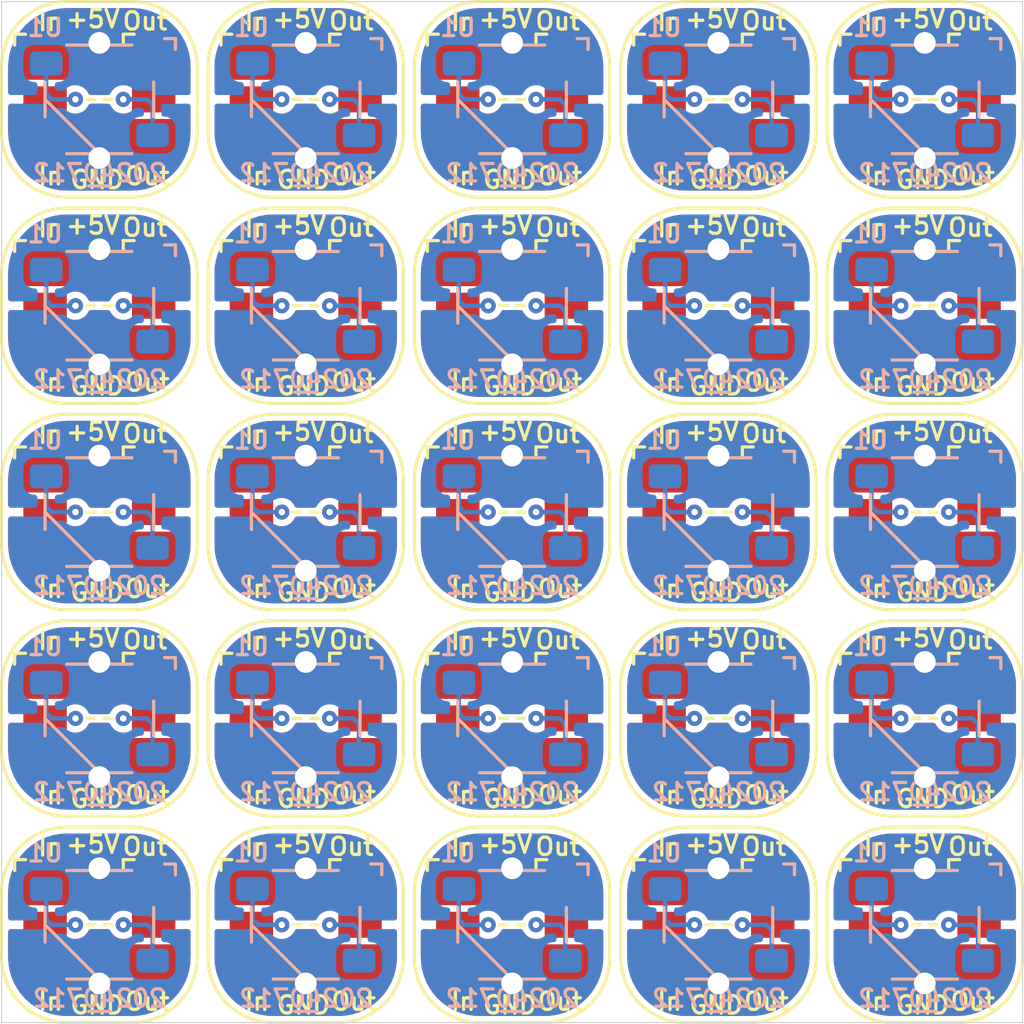
<source format=kicad_pcb>
(kicad_pcb (version 20221018) (generator pcbnew)
  (layers (0 "F.Cu" mixed) (31 "B.Cu" mixed) (34 "B.Paste" user) (35 "F.Paste" user) (36 "B.SilkS" user "B.Silkscreen") (37 "F.SilkS" user "F.Silkscreen") (38 "B.Mask" user) (39 "F.Mask" user) (44 "Edge.Cuts" user))
  (net 0 "")
  (net 1 "VDD")
  (net 2 "/In")
  (net 3 "VSS")
  (net 4 "/Out")
  (footprint "SquantorConnectors:pads-0200-1x03-W012-D020" (layer "F.Cu") (at 127 103.5)
    (fp_text reference "J2" hide)
    (fp_text value "Conn_01x03" hide)
  )
  (footprint "SquantorCapacitor:C_0805+0603" (layer "F.Cu") (at 124.5 84.5 -90)
    (fp_text reference "C1" hide)
    (fp_text value "10u" hide)
  )
  (footprint "SquantorConnectors:pads-0200-1x03-W012-D020" (layer "F.Cu") (at 112.5 113)
    (fp_text reference "J1" hide)
    (fp_text value "Conn_01x03" hide)
  )
  (footprint "SquantorConnectors:pads-0200-1x03-W012-D020" (layer "F.Cu") (at 112.5 94)
    (fp_text reference "J1" hide)
    (fp_text value "Conn_01x03" hide)
  )
  (footprint "SquantorConnectors:pads-0200-1x03-W012-D020" (layer "F.Cu") (at 131.5 75)
    (fp_text reference "J1" hide)
    (fp_text value "Conn_01x03" hide)
  )
  (footprint "SquantorCapacitor:C_0805+0603" (layer "F.Cu") (at 143.5 84.5 -90)
    (fp_text reference "C1" hide)
    (fp_text value "10u" hide)
  )
  (footprint "SquantorCapacitor:C_0805+0603" (layer "F.Cu") (at 134 75 -90)
    (fp_text reference "C1" hide)
    (fp_text value "10u" hide)
  )
  (footprint "SquantorCapacitor:C_0805+0603" (layer "F.Cu") (at 115 84.5 -90)
    (fp_text reference "C1" hide)
    (fp_text value "10u" hide)
  )
  (footprint "SquantorConnectors:pads-0200-1x03-W012-D020" (layer "F.Cu") (at 141 113)
    (fp_text reference "J1" hide)
    (fp_text value "Conn_01x03" hide)
  )
  (footprint "SquantorConnectors:pads-0200-1x03-W012-D020" (layer "F.Cu") (at 146 103.5)
    (fp_text reference "J2" hide)
    (fp_text value "Conn_01x03" hide)
  )
  (footprint "SquantorCapacitor:C_0805+0603" (layer "F.Cu") (at 153 94 -90)
    (fp_text reference "C1" hide)
    (fp_text value "10u" hide)
  )
  (footprint "SquantorCapacitor:C_0805+0603" (layer "F.Cu") (at 153 84.5 -90)
    (fp_text reference "C1" hide)
    (fp_text value "10u" hide)
  )
  (footprint "SquantorConnectors:pads-0200-1x03-W012-D020" (layer "F.Cu") (at 136.5 94)
    (fp_text reference "J2" hide)
    (fp_text value "Conn_01x03" hide)
  )
  (footprint "SquantorConnectors:pads-0200-1x03-W012-D020" (layer "F.Cu") (at 127 75)
    (fp_text reference "J2" hide)
    (fp_text value "Conn_01x03" hide)
  )
  (footprint "SquantorConnectors:pads-0200-1x03-W012-D020" (layer "F.Cu") (at 141 103.5)
    (fp_text reference "J1" hide)
    (fp_text value "Conn_01x03" hide)
  )
  (footprint "SquantorConnectors:pads-0200-1x03-W012-D020" (layer "F.Cu") (at 146 113)
    (fp_text reference "J2" hide)
    (fp_text value "Conn_01x03" hide)
  )
  (footprint "SquantorConnectors:pads-0200-1x03-W012-D020" (layer "F.Cu") (at 150.5 75)
    (fp_text reference "J1" hide)
    (fp_text value "Conn_01x03" hide)
  )
  (footprint "SquantorConnectors:pads-0200-1x03-W012-D020" (layer "F.Cu") (at 122 94)
    (fp_text reference "J1" hide)
    (fp_text value "Conn_01x03" hide)
  )
  (footprint "SquantorConnectors:pads-0200-1x03-W012-D020" (layer "F.Cu") (at 150.5 94)
    (fp_text reference "J1" hide)
    (fp_text value "Conn_01x03" hide)
  )
  (footprint "SquantorConnectors:pads-0200-1x03-W012-D020" (layer "F.Cu") (at 127 84.5)
    (fp_text reference "J2" hide)
    (fp_text value "Conn_01x03" hide)
  )
  (footprint "SquantorCapacitor:C_0805+0603" (layer "F.Cu") (at 115 94 -90)
    (fp_text reference "C1" hide)
    (fp_text value "10u" hide)
  )
  (footprint "SquantorConnectors:pads-0200-1x03-W012-D020" (layer "F.Cu") (at 146 84.5)
    (fp_text reference "J2" hide)
    (fp_text value "Conn_01x03" hide)
  )
  (footprint "SquantorCapacitor:C_0805+0603" (layer "F.Cu") (at 153 113 -90)
    (fp_text reference "C1" hide)
    (fp_text value "10u" hide)
  )
  (footprint "SquantorConnectors:pads-0200-1x03-W012-D020" (layer "F.Cu") (at 146 94)
    (fp_text reference "J2" hide)
    (fp_text value "Conn_01x03" hide)
  )
  (footprint "SquantorCapacitor:C_0805+0603" (layer "F.Cu") (at 134 103.5 -90)
    (fp_text reference "C1" hide)
    (fp_text value "10u" hide)
  )
  (footprint "SquantorCapacitor:C_0805+0603" (layer "F.Cu") (at 124.5 94 -90)
    (fp_text reference "C1" hide)
    (fp_text value "10u" hide)
  )
  (footprint "SquantorConnectors:pads-0200-1x03-W012-D020" (layer "F.Cu") (at 122 84.5)
    (fp_text reference "J1" hide)
    (fp_text value "Conn_01x03" hide)
  )
  (footprint "SquantorConnectors:pads-0200-1x03-W012-D020" (layer "F.Cu") (at 131.5 84.5)
    (fp_text reference "J1" hide)
    (fp_text value "Conn_01x03" hide)
  )
  (footprint "SquantorCapacitor:C_0805+0603" (layer "F.Cu") (at 134 84.5 -90)
    (fp_text reference "C1" hide)
    (fp_text value "10u" hide)
  )
  (footprint "SquantorConnectors:pads-0200-1x03-W012-D020" (layer "F.Cu") (at 155.5 75)
    (fp_text reference "J2" hide)
    (fp_text value "Conn_01x03" hide)
  )
  (footprint "SquantorConnectors:pads-0200-1x03-W012-D020" (layer "F.Cu") (at 136.5 75)
    (fp_text reference "J2" hide)
    (fp_text value "Conn_01x03" hide)
  )
  (footprint "SquantorConnectors:pads-0200-1x03-W012-D020" (layer "F.Cu") (at 136.5 113)
    (fp_text reference "J2" hide)
    (fp_text value "Conn_01x03" hide)
  )
  (footprint "SquantorConnectors:pads-0200-1x03-W012-D020" (layer "F.Cu") (at 136.5 84.5)
    (fp_text reference "J2" hide)
    (fp_text value "Conn_01x03" hide)
  )
  (footprint "SquantorConnectors:pads-0200-1x03-W012-D020" (layer "F.Cu") (at 117.5 103.5)
    (fp_text reference "J2" hide)
    (fp_text value "Conn_01x03" hide)
  )
  (footprint "SquantorConnectors:pads-0200-1x03-W012-D020" (layer "F.Cu") (at 122 103.5)
    (fp_text reference "J1" hide)
    (fp_text value "Conn_01x03" hide)
  )
  (footprint "SquantorConnectors:pads-0200-1x03-W012-D020" (layer "F.Cu") (at 131.5 103.5)
    (fp_text reference "J1" hide)
    (fp_text value "Conn_01x03" hide)
  )
  (footprint "SquantorConnectors:pads-0200-1x03-W012-D020" (layer "F.Cu") (at 117.5 75)
    (fp_text reference "J2" hide)
    (fp_text value "Conn_01x03" hide)
  )
  (footprint "SquantorCapacitor:C_0805+0603" (layer "F.Cu") (at 143.5 75 -90)
    (fp_text reference "C1" hide)
    (fp_text value "10u" hide)
  )
  (footprint "SquantorCapacitor:C_0805+0603" (layer "F.Cu") (at 115 75 -90)
    (fp_text reference "C1" hide)
    (fp_text value "10u" hide)
  )
  (footprint "SquantorConnectors:pads-0200-1x03-W012-D020" (layer "F.Cu") (at 122 113)
    (fp_text reference "J1" hide)
    (fp_text value "Conn_01x03" hide)
  )
  (footprint "SquantorCapacitor:C_0805+0603" (layer "F.Cu") (at 134 113 -90)
    (fp_text reference "C1" hide)
    (fp_text value "10u" hide)
  )
  (footprint "SquantorConnectors:pads-0200-1x03-W012-D020" (layer "F.Cu") (at 136.5 103.5)
    (fp_text reference "J2" hide)
    (fp_text value "Conn_01x03" hide)
  )
  (footprint "SquantorConnectors:pads-0200-1x03-W012-D020" (layer "F.Cu") (at 150.5 84.5)
    (fp_text reference "J1" hide)
    (fp_text value "Conn_01x03" hide)
  )
  (footprint "SquantorConnectors:pads-0200-1x03-W012-D020" (layer "F.Cu") (at 155.5 113)
    (fp_text reference "J2" hide)
    (fp_text value "Conn_01x03" hide)
  )
  (footprint "SquantorCapacitor:C_0805+0603" (layer "F.Cu") (at 153 75 -90)
    (fp_text reference "C1" hide)
    (fp_text value "10u" hide)
  )
  (footprint "SquantorCapacitor:C_0805+0603" (layer "F.Cu") (at 115 103.5 -90)
    (fp_text reference "C1" hide)
    (fp_text value "10u" hide)
  )
  (footprint "SquantorConnectors:pads-0200-1x03-W012-D020" (layer "F.Cu") (at 122 75)
    (fp_text reference "J1" hide)
    (fp_text value "Conn_01x03" hide)
  )
  (footprint "SquantorConnectors:pads-0200-1x03-W012-D020" (layer "F.Cu") (at 117.5 113)
    (fp_text reference "J2" hide)
    (fp_text value "Conn_01x03" hide)
  )
  (footprint "SquantorCapacitor:C_0805+0603" (layer "F.Cu") (at 153 103.5 -90)
    (fp_text reference "C1" hide)
    (fp_text value "10u" hide)
  )
  (footprint "SquantorConnectors:pads-0200-1x03-W012-D020" (layer "F.Cu") (at 146 75)
    (fp_text reference "J2" hide)
    (fp_text value "Conn_01x03" hide)
  )
  (footprint "SquantorCapacitor:C_0805+0603" (layer "F.Cu") (at 124.5 103.5 -90)
    (fp_text reference "C1" hide)
    (fp_text value "10u" hide)
  )
  (footprint "SquantorCapacitor:C_0805+0603" (layer "F.Cu") (at 124.5 75 -90)
    (fp_text reference "C1" hide)
    (fp_text value "10u" hide)
  )
  (footprint "SquantorCapacitor:C_0805+0603" (layer "F.Cu") (at 124.5 113 -90)
    (fp_text reference "C1" hide)
    (fp_text value "10u" hide)
  )
  (footprint "SquantorConnectors:pads-0200-1x03-W012-D020" (layer "F.Cu") (at 141 75)
    (fp_text reference "J1" hide)
    (fp_text value "Conn_01x03" hide)
  )
  (footprint "SquantorConnectors:pads-0200-1x03-W012-D020" (layer "F.Cu") (at 155.5 84.5)
    (fp_text reference "J2" hide)
    (fp_text value "Conn_01x03" hide)
  )
  (footprint "SquantorConnectors:pads-0200-1x03-W012-D020" (layer "F.Cu") (at 131.5 113)
    (fp_text reference "J1" hide)
    (fp_text value "Conn_01x03" hide)
  )
  (footprint "SquantorConnectors:pads-0200-1x03-W012-D020" (layer "F.Cu") (at 112.5 75)
    (fp_text reference "J1" hide)
    (fp_text value "Conn_01x03" hide)
  )
  (footprint "SquantorCapacitor:C_0805+0603" (layer "F.Cu") (at 143.5 94 -90)
    (fp_text reference "C1" hide)
    (fp_text value "10u" hide)
  )
  (footprint "SquantorConnectors:pads-0200-1x03-W012-D020" (layer "F.Cu") (at 141 94)
    (fp_text reference "J1" hide)
    (fp_text value "Conn_01x03" hide)
  )
  (footprint "SquantorConnectors:pads-0200-1x03-W012-D020" (layer "F.Cu") (at 117.5 94)
    (fp_text reference "J2" hide)
    (fp_text value "Conn_01x03" hide)
  )
  (footprint "SquantorConnectors:pads-0200-1x03-W012-D020" (layer "F.Cu") (at 127 94)
    (fp_text reference "J2" hide)
    (fp_text value "Conn_01x03" hide)
  )
  (footprint "SquantorConnectors:pads-0200-1x03-W012-D020" (layer "F.Cu") (at 150.5 113)
    (fp_text reference "J1" hide)
    (fp_text value "Conn_01x03" hide)
  )
  (footprint "SquantorConnectors:pads-0200-1x03-W012-D020" (layer "F.Cu") (at 131.5 94)
    (fp_text reference "J1" hide)
    (fp_text value "Conn_01x03" hide)
  )
  (footprint "SquantorConnectors:pads-0200-1x03-W012-D020" (layer "F.Cu") (at 155.5 94)
    (fp_text reference "J2" hide)
    (fp_text value "Conn_01x03" hide)
  )
  (footprint "SquantorCapacitor:C_0805+0603" (layer "F.Cu") (at 115 113 -90)
    (fp_text reference "C1" hide)
    (fp_text value "10u" hide)
  )
  (footprint "SquantorConnectors:pads-0200-1x03-W012-D020" (layer "F.Cu") (at 112.5 84.5)
    (fp_text reference "J1" hide)
    (fp_text value "Conn_01x03" hide)
  )
  (footprint "SquantorCapacitor:C_0805+0603" (layer "F.Cu") (at 134 94 -90)
    (fp_text reference "C1" hide)
    (fp_text value "10u" hide)
  )
  (footprint "SquantorCapacitor:C_0805+0603" (layer "F.Cu") (at 143.5 103.5 -90)
    (fp_text reference "C1" hide)
    (fp_text value "10u" hide)
  )
  (footprint "SquantorConnectors:pads-0200-1x03-W012-D020" (layer "F.Cu") (at 141 84.5)
    (fp_text reference "J1" hide)
    (fp_text value "Conn_01x03" hide)
  )
  (footprint "SquantorCapacitor:C_0805+0603" (layer "F.Cu") (at 143.5 113 -90)
    (fp_text reference "C1" hide)
    (fp_text value "10u" hide)
  )
  (footprint "SquantorConnectors:pads-0200-1x03-W012-D020" (layer "F.Cu") (at 155.5 103.5)
    (fp_text reference "J2" hide)
    (fp_text value "Conn_01x03" hide)
  )
  (footprint "SquantorConnectors:pads-0200-1x03-W012-D020" (layer "F.Cu") (at 112.5 103.5)
    (fp_text reference "J1" hide)
    (fp_text value "Conn_01x03" hide)
  )
  (footprint "SquantorConnectors:pads-0200-1x03-W012-D020" (layer "F.Cu") (at 150.5 103.5)
    (fp_text reference "J1" hide)
    (fp_text value "Conn_01x03" hide)
  )
  (footprint "SquantorConnectors:pads-0200-1x03-W012-D020" (layer "F.Cu") (at 127 113)
    (fp_text reference "J2" hide)
    (fp_text value "Conn_01x03" hide)
  )
  (footprint "SquantorConnectors:pads-0200-1x03-W012-D020" (layer "F.Cu") (at 117.5 84.5)
    (fp_text reference "J2" hide)
    (fp_text value "Conn_01x03" hide)
  )
  (footprint "SquantorLabels:Label_Generic" (layer "B.Cu") (at 115 78.3875 180)
    (fp_text reference "N1" hide)
    (fp_text value "20240712")
  )
  (footprint "SquantorLabels:Label_Generic" (layer "B.Cu") (at 115 116.3875 180)
    (fp_text reference "N1" hide)
    (fp_text value "20240712")
  )
  (footprint "SquantorLabels:Label_Generic" (layer "B.Cu") (at 134 116.3875 180)
    (fp_text reference "N1" hide)
    (fp_text value "20240712")
  )
  (footprint "SquantorOpto:WS2812B" (layer "B.Cu") (at 143.5 113 180)
    (fp_text reference "U1")
    (fp_text value "~")
  )
  (footprint "SquantorOpto:WS2812B" (layer "B.Cu") (at 115 103.5 180)
    (fp_text reference "U1")
    (fp_text value "~")
  )
  (footprint "SquantorOpto:WS2812B" (layer "B.Cu") (at 124.5 94 180)
    (fp_text reference "U1")
    (fp_text value "~")
  )
  (footprint "SquantorLabels:Label_Generic" (layer "B.Cu") (at 143.5 116.3875 180)
    (fp_text reference "N1" hide)
    (fp_text value "20240712")
  )
  (footprint "SquantorLabels:Label_Generic" (layer "B.Cu") (at 124.5 87.8875 180)
    (fp_text reference "N1" hide)
    (fp_text value "20240712")
  )
  (footprint "SquantorOpto:WS2812B" (layer "B.Cu") (at 115 75 180)
    (fp_text reference "U1")
    (fp_text value "~")
  )
  (footprint "SquantorLabels:Label_Generic" (layer "B.Cu") (at 143.5 87.8875 180)
    (fp_text reference "N1" hide)
    (fp_text value "20240712")
  )
  (footprint "SquantorOpto:WS2812B" (layer "B.Cu") (at 153 84.5 180)
    (fp_text reference "U1")
    (fp_text value "~")
  )
  (footprint "SquantorOpto:WS2812B" (layer "B.Cu") (at 153 113 180)
    (fp_text reference "U1")
    (fp_text value "~")
  )
  (footprint "SquantorLabels:Label_Generic" (layer "B.Cu") (at 124.5 78.3875 180)
    (fp_text reference "N1" hide)
    (fp_text value "20240712")
  )
  (footprint "SquantorLabels:Label_Generic" (layer "B.Cu") (at 134 106.8875 180)
    (fp_text reference "N1" hide)
    (fp_text value "20240712")
  )
  (footprint "SquantorLabels:Label_Generic" (layer "B.Cu") (at 143.5 106.8875 180)
    (fp_text reference "N1" hide)
    (fp_text value "20240712")
  )
  (footprint "SquantorOpto:WS2812B" (layer "B.Cu") (at 153 94 180)
    (fp_text reference "U1")
    (fp_text value "~")
  )
  (footprint "SquantorLabels:Label_Generic" (layer "B.Cu") (at 134 78.3875 180)
    (fp_text reference "N1" hide)
    (fp_text value "20240712")
  )
  (footprint "SquantorLabels:Label_Generic" (layer "B.Cu") (at 153 97.3875 180)
    (fp_text reference "N1" hide)
    (fp_text value "20240712")
  )
  (footprint "SquantorOpto:WS2812B" (layer "B.Cu") (at 124.5 103.5 180)
    (fp_text reference "U1")
    (fp_text value "~")
  )
  (footprint "SquantorLabels:Label_Generic" (layer "B.Cu") (at 143.5 97.3875 180)
    (fp_text reference "N1" hide)
    (fp_text value "20240712")
  )
  (footprint "SquantorOpto:WS2812B" (layer "B.Cu") (at 115 94 180)
    (fp_text reference "U1")
    (fp_text value "~")
  )
  (footprint "SquantorLabels:Label_Generic" (layer "B.Cu") (at 124.5 116.3875 180)
    (fp_text reference "N1" hide)
    (fp_text value "20240712")
  )
  (footprint "SquantorOpto:WS2812B" (layer "B.Cu") (at 124.5 75 180)
    (fp_text reference "U1")
    (fp_text value "~")
  )
  (footprint "SquantorOpto:WS2812B" (layer "B.Cu") (at 134 94 180)
    (fp_text reference "U1")
    (fp_text value "~")
  )
  (footprint "SquantorLabels:Label_Generic" (layer "B.Cu") (at 153 106.8875 180)
    (fp_text reference "N1" hide)
    (fp_text value "20240712")
  )
  (footprint "SquantorOpto:WS2812B" (layer "B.Cu") (at 134 103.5 180)
    (fp_text reference "U1")
    (fp_text value "~")
  )
  (footprint "SquantorOpto:WS2812B" (layer "B.Cu") (at 143.5 84.5 180)
    (fp_text reference "U1")
    (fp_text value "~")
  )
  (footprint "SquantorOpto:WS2812B" (layer "B.Cu") (at 134 113 180)
    (fp_text reference "U1")
    (fp_text value "~")
  )
  (footprint "SquantorOpto:WS2812B" (layer "B.Cu") (at 124.5 113 180)
    (fp_text reference "U1")
    (fp_text value "~")
  )
  (footprint "SquantorLabels:Label_Generic" (layer "B.Cu") (at 153 87.8875 180)
    (fp_text reference "N1" hide)
    (fp_text value "20240712")
  )
  (footprint "SquantorLabels:Label_Generic" (layer "B.Cu") (at 124.5 97.3875 180)
    (fp_text reference "N1" hide)
    (fp_text value "20240712")
  )
  (footprint "SquantorLabels:Label_Generic" (layer "B.Cu") (at 153 78.3875 180)
    (fp_text reference "N1" hide)
    (fp_text value "20240712")
  )
  (footprint "SquantorOpto:WS2812B" (layer "B.Cu") (at 143.5 75 180)
    (fp_text reference "U1")
    (fp_text value "~")
  )
  (footprint "SquantorOpto:WS2812B" (layer "B.Cu") (at 153 103.5 180)
    (fp_text reference "U1")
    (fp_text value "~")
  )
  (footprint "SquantorLabels:Label_Generic" (layer "B.Cu") (at 115 87.8875 180)
    (fp_text reference "N1" hide)
    (fp_text value "20240712")
  )
  (footprint "SquantorOpto:WS2812B" (layer "B.Cu") (at 153 75 180)
    (fp_text reference "U1")
    (fp_text value "~")
  )
  (footprint "SquantorLabels:Label_Generic" (layer "B.Cu") (at 124.5 106.8875 180)
    (fp_text reference "N1" hide)
    (fp_text value "20240712")
  )
  (footprint "SquantorOpto:WS2812B" (layer "B.Cu") (at 134 84.5 180)
    (fp_text reference "U1")
    (fp_text value "~")
  )
  (footprint "SquantorLabels:Label_Generic" (layer "B.Cu") (at 153 116.3875 180)
    (fp_text reference "N1" hide)
    (fp_text value "20240712")
  )
  (footprint "SquantorLabels:Label_Generic" (layer "B.Cu") (at 134 97.3875 180)
    (fp_text reference "N1" hide)
    (fp_text value "20240712")
  )
  (footprint "SquantorLabels:Label_Generic" (layer "B.Cu") (at 143.5 78.3875 180)
    (fp_text reference "N1" hide)
    (fp_text value "20240712")
  )
  (footprint "SquantorLabels:Label_Generic" (layer "B.Cu") (at 115 106.8875 180)
    (fp_text reference "N1" hide)
    (fp_text value "20240712")
  )
  (footprint "SquantorOpto:WS2812B" (layer "B.Cu") (at 143.5 94 180)
    (fp_text reference "U1")
    (fp_text value "~")
  )
  (footprint "SquantorLabels:Label_Generic" (layer "B.Cu") (at 115 97.3875 180)
    (fp_text reference "N1" hide)
    (fp_text value "20240712")
  )
  (footprint "SquantorOpto:WS2812B" (layer "B.Cu") (at 115 84.5 180)
    (fp_text reference "U1")
    (fp_text value "~")
  )
  (footprint "SquantorOpto:WS2812B" (layer "B.Cu") (at 124.5 84.5 180)
    (fp_text reference "U1")
    (fp_text value "~")
  )
  (footprint "SquantorOpto:WS2812B" (layer "B.Cu") (at 134 75 180)
    (fp_text reference "U1")
    (fp_text value "~")
  )
  (footprint "SquantorLabels:Label_Generic" (layer "B.Cu") (at 134 87.8875 180)
    (fp_text reference "N1" hide)
    (fp_text value "20240712")
  )
  (footprint "SquantorOpto:WS2812B" (layer "B.Cu") (at 143.5 103.5 180)
    (fp_text reference "U1")
    (fp_text value "~")
  )
  (footprint "SquantorOpto:WS2812B" (layer "B.Cu") (at 115 113 180)
    (fp_text reference "U1")
    (fp_text value "~")
  )
  (gr_arc (start 110.5 111.5) (mid 111.37868 109.37868) (end 113.5 108.5) (stroke (width 0.15)) (layer "F.SilkS"))
  (gr_arc (start 129.5 73.5) (mid 130.37868 71.37868) (end 132.5 70.5) (stroke (width 0.15)) (layer "F.SilkS"))
  (gr_arc (start 126 70.5) (mid 128.12132 71.37868) (end 129 73.5) (stroke (width 0.15)) (layer "F.SilkS"))
  (gr_arc (start 123 89) (mid 120.87868 88.12132) (end 120 86) (stroke (width 0.15)) (layer "F.SilkS"))
  (gr_arc (start 123 117.5) (mid 120.87868 116.62132) (end 120 114.5) (stroke (width 0.15)) (layer "F.SilkS"))
  (gr_arc (start 132.5 98.5) (mid 130.37868 97.62132) (end 129.5 95.5) (stroke (width 0.15)) (layer "F.SilkS"))
  (gr_arc (start 129.5 102) (mid 130.37868 99.87868) (end 132.5 99) (stroke (width 0.15)) (layer "F.SilkS"))
  (gr_line (start 116.5 79.5) (end 113.5 79.5) (stroke (width 0.15)) (layer "F.SilkS"))
  (gr_arc (start 116.5 80) (mid 118.62132 80.87868) (end 119.5 83) (stroke (width 0.15)) (layer "F.SilkS"))
  (gr_arc (start 113.5 108) (mid 111.37868 107.12132) (end 110.5 105) (stroke (width 0.15)) (layer "F.SilkS"))
  (gr_line (start 145 117.5) (end 142 117.5) (stroke (width 0.15)) (layer "F.SilkS"))
  (gr_line (start 132.5 70.5) (end 135.5 70.5) (stroke (width 0.15)) (layer "F.SilkS"))
  (gr_line (start 157.5 83) (end 157.5 86) (stroke (width 0.15)) (layer "F.SilkS"))
  (gr_arc (start 126 80) (mid 128.12132 80.87868) (end 129 83) (stroke (width 0.15)) (layer "F.SilkS"))
  (gr_arc (start 154.5 80) (mid 156.62132 80.87868) (end 157.5 83) (stroke (width 0.15)) (layer "F.SilkS"))
  (gr_line (start 126 117.5) (end 123 117.5) (stroke (width 0.15)) (layer "F.SilkS"))
  (gr_line (start 148.5 76.5) (end 148.5 73.5) (stroke (width 0.15)) (layer "F.SilkS"))
  (gr_arc (start 151.5 89) (mid 149.37868 88.12132) (end 148.5 86) (stroke (width 0.15)) (layer "F.SilkS"))
  (gr_line (start 139 114.5) (end 139 111.5) (stroke (width 0.15)) (layer "F.SilkS"))
  (gr_arc (start 157.5 86) (mid 156.62132 88.12132) (end 154.5 89) (stroke (width 0.15)) (layer "F.SilkS"))
  (gr_arc (start 139 83) (mid 139.87868 80.87868) (end 142 80) (stroke (width 0.15)) (layer "F.SilkS"))
  (gr_arc (start 138.5 105) (mid 137.62132 107.12132) (end 135.5 108) (stroke (width 0.15)) (layer "F.SilkS"))
  (gr_line (start 119.5 73.5) (end 119.5 76.5) (stroke (width 0.15)) (layer "F.SilkS"))
  (gr_arc (start 119.5 105) (mid 118.62132 107.12132) (end 116.5 108) (stroke (width 0.15)) (layer "F.SilkS"))
  (gr_line (start 151.5 80) (end 154.5 80) (stroke (width 0.15)) (layer "F.SilkS"))
  (gr_arc (start 142 79.5) (mid 139.87868 78.62132) (end 139 76.5) (stroke (width 0.15)) (layer "F.SilkS"))
  (gr_line (start 138.5 73.5) (end 138.5 76.5) (stroke (width 0.15)) (layer "F.SilkS"))
  (gr_line (start 154.5 98.5) (end 151.5 98.5) (stroke (width 0.15)) (layer "F.SilkS"))
  (gr_arc (start 138.5 76.5) (mid 137.62132 78.62132) (end 135.5 79.5) (stroke (width 0.15)) (layer "F.SilkS"))
  (gr_line (start 138.5 83) (end 138.5 86) (stroke (width 0.15)) (layer "F.SilkS"))
  (gr_arc (start 123 79.5) (mid 120.87868 78.62132) (end 120 76.5) (stroke (width 0.15)) (layer "F.SilkS"))
  (gr_line (start 157.5 102) (end 157.5 105) (stroke (width 0.15)) (layer "F.SilkS"))
  (gr_line (start 135.5 108) (end 132.5 108) (stroke (width 0.15)) (layer "F.SilkS"))
  (gr_arc (start 120 73.5) (mid 120.87868 71.37868) (end 123 70.5) (stroke (width 0.15)) (layer "F.SilkS"))
  (gr_line (start 113.5 108.5) (end 116.5 108.5) (stroke (width 0.15)) (layer "F.SilkS"))
  (gr_line (start 139 86) (end 139 83) (stroke (width 0.15)) (layer "F.SilkS"))
  (gr_line (start 154.5 89) (end 151.5 89) (stroke (width 0.15)) (layer "F.SilkS"))
  (gr_arc (start 113.5 98.5) (mid 111.37868 97.62132) (end 110.5 95.5) (stroke (width 0.15)) (layer "F.SilkS"))
  (gr_arc (start 138.5 95.5) (mid 137.62132 97.62132) (end 135.5 98.5) (stroke (width 0.15)) (layer "F.SilkS"))
  (gr_line (start 129.5 86) (end 129.5 83) (stroke (width 0.15)) (layer "F.SilkS"))
  (gr_line (start 119.5 111.5) (end 119.5 114.5) (stroke (width 0.15)) (layer "F.SilkS"))
  (gr_arc (start 151.5 79.5) (mid 149.37868 78.62132) (end 148.5 76.5) (stroke (width 0.15)) (layer "F.SilkS"))
  (gr_line (start 142 108.5) (end 145 108.5) (stroke (width 0.15)) (layer "F.SilkS"))
  (gr_arc (start 126 99) (mid 128.12132 99.87868) (end 129 102) (stroke (width 0.15)) (layer "F.SilkS"))
  (gr_line (start 138.5 92.5) (end 138.5 95.5) (stroke (width 0.15)) (layer "F.SilkS"))
  (gr_line (start 129.5 114.5) (end 129.5 111.5) (stroke (width 0.15)) (layer "F.SilkS"))
  (gr_line (start 138.5 111.5) (end 138.5 114.5) (stroke (width 0.15)) (layer "F.SilkS"))
  (gr_line (start 154.5 117.5) (end 151.5 117.5) (stroke (width 0.15)) (layer "F.SilkS"))
  (gr_line (start 142 80) (end 145 80) (stroke (width 0.15)) (layer "F.SilkS"))
  (gr_arc (start 129.5 83) (mid 130.37868 80.87868) (end 132.5 80) (stroke (width 0.15)) (layer "F.SilkS"))
  (gr_arc (start 145 70.5) (mid 147.12132 71.37868) (end 148 73.5) (stroke (width 0.15)) (layer "F.SilkS"))
  (gr_line (start 148 102) (end 148 105) (stroke (width 0.15)) (layer "F.SilkS"))
  (gr_line (start 110.5 86) (end 110.5 83) (stroke (width 0.15)) (layer "F.SilkS"))
  (gr_arc (start 145 89.5) (mid 147.12132 90.37868) (end 148 92.5) (stroke (width 0.15)) (layer "F.SilkS"))
  (gr_arc (start 135.5 99) (mid 137.62132 99.87868) (end 138.5 102) (stroke (width 0.15)) (layer "F.SilkS"))
  (gr_line (start 154.5 79.5) (end 151.5 79.5) (stroke (width 0.15)) (layer "F.SilkS"))
  (gr_line (start 135.5 89) (end 132.5 89) (stroke (width 0.15)) (layer "F.SilkS"))
  (gr_line (start 123 70.5) (end 126 70.5) (stroke (width 0.15)) (layer "F.SilkS"))
  (gr_arc (start 119.5 86) (mid 118.62132 88.12132) (end 116.5 89) (stroke (width 0.15)) (layer "F.SilkS"))
  (gr_line (start 151.5 108.5) (end 154.5 108.5) (stroke (width 0.15)) (layer "F.SilkS"))
  (gr_arc (start 116.5 99) (mid 118.62132 99.87868) (end 119.5 102) (stroke (width 0.15)) (layer "F.SilkS"))
  (gr_line (start 110.5 95.5) (end 110.5 92.5) (stroke (width 0.15)) (layer "F.SilkS"))
  (gr_arc (start 148 95.5) (mid 147.12132 97.62132) (end 145 98.5) (stroke (width 0.15)) (layer "F.SilkS"))
  (gr_line (start 116.5 89) (end 113.5 89) (stroke (width 0.15)) (layer "F.SilkS"))
  (gr_line (start 120 95.5) (end 120 92.5) (stroke (width 0.15)) (layer "F.SilkS"))
  (gr_line (start 135.5 98.5) (end 132.5 98.5) (stroke (width 0.15)) (layer "F.SilkS"))
  (gr_line (start 148.5 105) (end 148.5 102) (stroke (width 0.15)) (layer "F.SilkS"))
  (gr_arc (start 142 108) (mid 139.87868 107.12132) (end 139 105) (stroke (width 0.15)) (layer "F.SilkS"))
  (gr_arc (start 135.5 89.5) (mid 137.62132 90.37868) (end 138.5 92.5) (stroke (width 0.15)) (layer "F.SilkS"))
  (gr_arc (start 126 89.5) (mid 128.12132 90.37868) (end 129 92.5) (stroke (width 0.15)) (layer "F.SilkS"))
  (gr_line (start 116.5 117.5) (end 113.5 117.5) (stroke (width 0.15)) (layer "F.SilkS"))
  (gr_line (start 113.5 99) (end 116.5 99) (stroke (width 0.15)) (layer "F.SilkS"))
  (gr_line (start 110.5 114.5) (end 110.5 111.5) (stroke (width 0.15)) (layer "F.SilkS"))
  (gr_arc (start 148.5 92.5) (mid 149.37868 90.37868) (end 151.5 89.5) (stroke (width 0.15)) (layer "F.SilkS"))
  (gr_line (start 132.5 108.5) (end 135.5 108.5) (stroke (width 0.15)) (layer "F.SilkS"))
  (gr_line (start 123 99) (end 126 99) (stroke (width 0.15)) (layer "F.SilkS"))
  (gr_arc (start 148.5 83) (mid 149.37868 80.87868) (end 151.5 80) (stroke (width 0.15)) (layer "F.SilkS"))
  (gr_arc (start 139 73.5) (mid 139.87868 71.37868) (end 142 70.5) (stroke (width 0.15)) (layer "F.SilkS"))
  (gr_line (start 110.5 76.5) (end 110.5 73.5) (stroke (width 0.15)) (layer "F.SilkS"))
  (gr_line (start 129 111.5) (end 129 114.5) (stroke (width 0.15)) (layer "F.SilkS"))
  (gr_line (start 126 98.5) (end 123 98.5) (stroke (width 0.15)) (layer "F.SilkS"))
  (gr_arc (start 116.5 89.5) (mid 118.62132 90.37868) (end 119.5 92.5) (stroke (width 0.15)) (layer "F.SilkS"))
  (gr_line (start 139 105) (end 139 102) (stroke (width 0.15)) (layer "F.SilkS"))
  (gr_arc (start 126 108.5) (mid 128.12132 109.37868) (end 129 111.5) (stroke (width 0.15)) (layer "F.SilkS"))
  (gr_arc (start 145 99) (mid 147.12132 99.87868) (end 148 102) (stroke (width 0.15)) (layer "F.SilkS"))
  (gr_line (start 157.5 111.5) (end 157.5 114.5) (stroke (width 0.15)) (layer "F.SilkS"))
  (gr_arc (start 148 105) (mid 147.12132 107.12132) (end 145 108) (stroke (width 0.15)) (layer "F.SilkS"))
  (gr_arc (start 135.5 108.5) (mid 137.62132 109.37868) (end 138.5 111.5) (stroke (width 0.15)) (layer "F.SilkS"))
  (gr_arc (start 120 92.5) (mid 120.87868 90.37868) (end 123 89.5) (stroke (width 0.15)) (layer "F.SilkS"))
  (gr_line (start 120 86) (end 120 83) (stroke (width 0.15)) (layer "F.SilkS"))
  (gr_arc (start 113.5 79.5) (mid 111.37868 78.62132) (end 110.5 76.5) (stroke (width 0.15)) (layer "F.SilkS"))
  (gr_arc (start 116.5 108.5) (mid 118.62132 109.37868) (end 119.5 111.5) (stroke (width 0.15)) (layer "F.SilkS"))
  (gr_arc (start 110.5 92.5) (mid 111.37868 90.37868) (end 113.5 89.5) (stroke (width 0.15)) (layer "F.SilkS"))
  (gr_arc (start 151.5 98.5) (mid 149.37868 97.62132) (end 148.5 95.5) (stroke (width 0.15)) (layer "F.SilkS"))
  (gr_arc (start 119.5 95.5) (mid 118.62132 97.62132) (end 116.5 98.5) (stroke (width 0.15)) (layer "F.SilkS"))
  (gr_arc (start 157.5 105) (mid 156.62132 107.12132) (end 154.5 108) (stroke (width 0.15)) (layer "F.SilkS"))
  (gr_line (start 148.5 114.5) (end 148.5 111.5) (stroke (width 0.15)) (layer "F.SilkS"))
  (gr_arc (start 151.5 117.5) (mid 149.37868 116.62132) (end 148.5 114.5) (stroke (width 0.15)) (layer "F.SilkS"))
  (gr_arc (start 135.5 70.5) (mid 137.62132 71.37868) (end 138.5 73.5) (stroke (width 0.15)) (layer "F.SilkS"))
  (gr_arc (start 154.5 89.5) (mid 156.62132 90.37868) (end 157.5 92.5) (stroke (width 0.15)) (layer "F.SilkS"))
  (gr_arc (start 119.5 114.5) (mid 118.62132 116.62132) (end 116.5 117.5) (stroke (width 0.15)) (layer "F.SilkS"))
  (gr_arc (start 129 114.5) (mid 128.12132 116.62132) (end 126 117.5) (stroke (width 0.15)) (layer "F.SilkS"))
  (gr_line (start 120 114.5) (end 120 111.5) (stroke (width 0.15)) (layer "F.SilkS"))
  (gr_arc (start 154.5 70.5) (mid 156.62132 71.37868) (end 157.5 73.5) (stroke (width 0.15)) (layer "F.SilkS"))
  (gr_arc (start 129 95.5) (mid 128.12132 97.62132) (end 126 98.5) (stroke (width 0.15)) (layer "F.SilkS"))
  (gr_line (start 151.5 99) (end 154.5 99) (stroke (width 0.15)) (layer "F.SilkS"))
  (gr_arc (start 139 111.5) (mid 139.87868 109.37868) (end 142 108.5) (stroke (width 0.15)) (layer "F.SilkS"))
  (gr_arc (start 148 114.5) (mid 147.12132 116.62132) (end 145 117.5) (stroke (width 0.15)) (layer "F.SilkS"))
  (gr_arc (start 113.5 117.5) (mid 111.37868 116.62132) (end 110.5 114.5) (stroke (width 0.15)) (layer "F.SilkS"))
  (gr_line (start 129.5 76.5) (end 129.5 73.5) (stroke (width 0.15)) (layer "F.SilkS"))
  (gr_line (start 123 80) (end 126 80) (stroke (width 0.15)) (layer "F.SilkS"))
  (gr_arc (start 110.5 73.5) (mid 111.37868 71.37868) (end 113.5 70.5) (stroke (width 0.15)) (layer "F.SilkS"))
  (gr_line (start 148 111.5) (end 148 114.5) (stroke (width 0.15)) (layer "F.SilkS"))
  (gr_line (start 148.5 86) (end 148.5 83) (stroke (width 0.15)) (layer "F.SilkS"))
  (gr_line (start 132.5 80) (end 135.5 80) (stroke (width 0.15)) (layer "F.SilkS"))
  (gr_line (start 142 89.5) (end 145 89.5) (stroke (width 0.15)) (layer "F.SilkS"))
  (gr_line (start 132.5 89.5) (end 135.5 89.5) (stroke (width 0.15)) (layer "F.SilkS"))
  (gr_line (start 119.5 92.5) (end 119.5 95.5) (stroke (width 0.15)) (layer "F.SilkS"))
  (gr_arc (start 129.5 111.5) (mid 130.37868 109.37868) (end 132.5 108.5) (stroke (width 0.15)) (layer "F.SilkS"))
  (gr_arc (start 120 111.5) (mid 120.87868 109.37868) (end 123 108.5) (stroke (width 0.15)) (layer "F.SilkS"))
  (gr_line (start 116.5 98.5) (end 113.5 98.5) (stroke (width 0.15)) (layer "F.SilkS"))
  (gr_arc (start 142 117.5) (mid 139.87868 116.62132) (end 139 114.5) (stroke (width 0.15)) (layer "F.SilkS"))
  (gr_line (start 119.5 83) (end 119.5 86) (stroke (width 0.15)) (layer "F.SilkS"))
  (gr_line (start 148 83) (end 148 86) (stroke (width 0.15)) (layer "F.SilkS"))
  (gr_line (start 129 102) (end 129 105) (stroke (width 0.15)) (layer "F.SilkS"))
  (gr_arc (start 145 80) (mid 147.12132 80.87868) (end 148 83) (stroke (width 0.15)) (layer "F.SilkS"))
  (gr_arc (start 110.5 102) (mid 111.37868 99.87868) (end 113.5 99) (stroke (width 0.15)) (layer "F.SilkS"))
  (gr_line (start 145 79.5) (end 142 79.5) (stroke (width 0.15)) (layer "F.SilkS"))
  (gr_line (start 138.5 102) (end 138.5 105) (stroke (width 0.15)) (layer "F.SilkS"))
  (gr_arc (start 132.5 117.5) (mid 130.37868 116.62132) (end 129.5 114.5) (stroke (width 0.15)) (layer "F.SilkS"))
  (gr_arc (start 129 76.5) (mid 128.12132 78.62132) (end 126 79.5) (stroke (width 0.15)) (layer "F.SilkS"))
  (gr_line (start 157.5 92.5) (end 157.5 95.5) (stroke (width 0.15)) (layer "F.SilkS"))
  (gr_arc (start 148.5 102) (mid 149.37868 99.87868) (end 151.5 99) (stroke (width 0.15)) (layer "F.SilkS"))
  (gr_line (start 129.5 105) (end 129.5 102) (stroke (width 0.15)) (layer "F.SilkS"))
  (gr_line (start 135.5 79.5) (end 132.5 79.5) (stroke (width 0.15)) (layer "F.SilkS"))
  (gr_line (start 132.5 99) (end 135.5 99) (stroke (width 0.15)) (layer "F.SilkS"))
  (gr_arc (start 116.5 70.5) (mid 118.62132 71.37868) (end 119.5 73.5) (stroke (width 0.15)) (layer "F.SilkS"))
  (gr_arc (start 132.5 79.5) (mid 130.37868 78.62132) (end 129.5 76.5) (stroke (width 0.15)) (layer "F.SilkS"))
  (gr_arc (start 142 89) (mid 139.87868 88.12132) (end 139 86) (stroke (width 0.15)) (layer "F.SilkS"))
  (gr_arc (start 138.5 114.5) (mid 137.62132 116.62132) (end 135.5 117.5) (stroke (width 0.15)) (layer "F.SilkS"))
  (gr_arc (start 139 102) (mid 139.87868 99.87868) (end 142 99) (stroke (width 0.15)) (layer "F.SilkS"))
  (gr_line (start 148 73.5) (end 148 76.5) (stroke (width 0.15)) (layer "F.SilkS"))
  (gr_arc (start 157.5 95.5) (mid 156.62132 97.62132) (end 154.5 98.5) (stroke (width 0.15)) (layer "F.SilkS"))
  (gr_arc (start 139 92.5) (mid 139.87868 90.37868) (end 142 89.5) (stroke (width 0.15)) (layer "F.SilkS"))
  (gr_arc (start 132.5 108) (mid 130.37868 107.12132) (end 129.5 105) (stroke (width 0.15)) (layer "F.SilkS"))
  (gr_line (start 113.5 89.5) (end 116.5 89.5) (stroke (width 0.15)) (layer "F.SilkS"))
  (gr_line (start 145 98.5) (end 142 98.5) (stroke (width 0.15)) (layer "F.SilkS"))
  (gr_line (start 148 92.5) (end 148 95.5) (stroke (width 0.15)) (layer "F.SilkS"))
  (gr_arc (start 129.5 92.5) (mid 130.37868 90.37868) (end 132.5 89.5) (stroke (width 0.15)) (layer "F.SilkS"))
  (gr_line (start 139 76.5) (end 139 73.5) (stroke (width 0.15)) (layer "F.SilkS"))
  (gr_line (start 129 92.5) (end 129 95.5) (stroke (width 0.15)) (layer "F.SilkS"))
  (gr_arc (start 110.5 83) (mid 111.37868 80.87868) (end 113.5 80) (stroke (width 0.15)) (layer "F.SilkS"))
  (gr_arc (start 154.5 108.5) (mid 156.62132 109.37868) (end 157.5 111.5) (stroke (width 0.15)) (layer "F.SilkS"))
  (gr_arc (start 132.5 89) (mid 130.37868 88.12132) (end 129.5 86) (stroke (width 0.15)) (layer "F.SilkS"))
  (gr_line (start 135.5 117.5) (end 132.5 117.5) (stroke (width 0.15)) (layer "F.SilkS"))
  (gr_arc (start 148 86) (mid 147.12132 88.12132) (end 145 89) (stroke (width 0.15)) (layer "F.SilkS"))
  (gr_arc (start 142 98.5) (mid 139.87868 97.62132) (end 139 95.5) (stroke (width 0.15)) (layer "F.SilkS"))
  (gr_line (start 113.5 80) (end 116.5 80) (stroke (width 0.15)) (layer "F.SilkS"))
  (gr_arc (start 148.5 111.5) (mid 149.37868 109.37868) (end 151.5 108.5) (stroke (width 0.15)) (layer "F.SilkS"))
  (gr_line (start 145 108) (end 142 108) (stroke (width 0.15)) (layer "F.SilkS"))
  (gr_line (start 157.5 73.5) (end 157.5 76.5) (stroke (width 0.15)) (layer "F.SilkS"))
  (gr_arc (start 154.5 99) (mid 156.62132 99.87868) (end 157.5 102) (stroke (width 0.15)) (layer "F.SilkS"))
  (gr_line (start 139 95.5) (end 139 92.5) (stroke (width 0.15)) (layer "F.SilkS"))
  (gr_line (start 126 108) (end 123 108) (stroke (width 0.15)) (layer "F.SilkS"))
  (gr_line (start 116.5 108) (end 113.5 108) (stroke (width 0.15)) (layer "F.SilkS"))
  (gr_arc (start 148.5 73.5) (mid 149.37868 71.37868) (end 151.5 70.5) (stroke (width 0.15)) (layer "F.SilkS"))
  (gr_line (start 120 76.5) (end 120 73.5) (stroke (width 0.15)) (layer "F.SilkS"))
  (gr_line (start 148.5 95.5) (end 148.5 92.5) (stroke (width 0.15)) (layer "F.SilkS"))
  (gr_arc (start 129 86) (mid 128.12132 88.12132) (end 126 89) (stroke (width 0.15)) (layer "F.SilkS"))
  (gr_arc (start 123 108) (mid 120.87868 107.12132) (end 120 105) (stroke (width 0.15)) (layer "F.SilkS"))
  (gr_line (start 129.5 95.5) (end 129.5 92.5) (stroke (width 0.15)) (layer "F.SilkS"))
  (gr_arc (start 148 76.5) (mid 147.12132 78.62132) (end 145 79.5) (stroke (width 0.15)) (layer "F.SilkS"))
  (gr_line (start 123 108.5) (end 126 108.5) (stroke (width 0.15)) (layer "F.SilkS"))
  (gr_line (start 142 99) (end 145 99) (stroke (width 0.15)) (layer "F.SilkS"))
  (gr_line (start 129 83) (end 129 86) (stroke (width 0.15)) (layer "F.SilkS"))
  (gr_arc (start 138.5 86) (mid 137.62132 88.12132) (end 135.5 89) (stroke (width 0.15)) (layer "F.SilkS"))
  (gr_arc (start 151.5 108) (mid 149.37868 107.12132) (end 148.5 105) (stroke (width 0.15)) (layer "F.SilkS"))
  (gr_arc (start 145 108.5) (mid 147.12132 109.37868) (end 148 111.5) (stroke (width 0.15)) (layer "F.SilkS"))
  (gr_line (start 151.5 70.5) (end 154.5 70.5) (stroke (width 0.15)) (layer "F.SilkS"))
  (gr_arc (start 123 98.5) (mid 120.87868 97.62132) (end 120 95.5) (stroke (width 0.15)) (layer "F.SilkS"))
  (gr_line (start 154.5 108) (end 151.5 108) (stroke (width 0.15)) (layer "F.SilkS"))
  (gr_line (start 120 105) (end 120 102) (stroke (width 0.15)) (layer "F.SilkS"))
  (gr_arc (start 113.5 89) (mid 111.37868 88.12132) (end 110.5 86) (stroke (width 0.15)) (layer "F.SilkS"))
  (gr_line (start 129 73.5) (end 129 76.5) (stroke (width 0.15)) (layer "F.SilkS"))
  (gr_arc (start 157.5 114.5) (mid 156.62132 116.62132) (end 154.5 117.5) (stroke (width 0.15)) (layer "F.SilkS"))
  (gr_arc (start 135.5 80) (mid 137.62132 80.87868) (end 138.5 83) (stroke (width 0.15)) (layer "F.SilkS"))
  (gr_arc (start 120 83) (mid 120.87868 80.87868) (end 123 80) (stroke (width 0.15)) (layer "F.SilkS"))
  (gr_arc (start 157.5 76.5) (mid 156.62132 78.62132) (end 154.5 79.5) (stroke (width 0.15)) (layer "F.SilkS"))
  (gr_line (start 119.5 102) (end 119.5 105) (stroke (width 0.15)) (layer "F.SilkS"))
  (gr_arc (start 120 102) (mid 120.87868 99.87868) (end 123 99) (stroke (width 0.15)) (layer "F.SilkS"))
  (gr_line (start 142 70.5) (end 145 70.5) (stroke (width 0.15)) (layer "F.SilkS"))
  (gr_line (start 151.5 89.5) (end 154.5 89.5) (stroke (width 0.15)) (layer "F.SilkS"))
  (gr_line (start 123 89.5) (end 126 89.5) (stroke (width 0.15)) (layer "F.SilkS"))
  (gr_arc (start 129 105) (mid 128.12132 107.12132) (end 126 108) (stroke (width 0.15)) (layer "F.SilkS"))
  (gr_line (start 126 79.5) (end 123 79.5) (stroke (width 0.15)) (layer "F.SilkS"))
  (gr_line (start 110.5 105) (end 110.5 102) (stroke (width 0.15)) (layer "F.SilkS"))
  (gr_line (start 145 89) (end 142 89) (stroke (width 0.15)) (layer "F.SilkS"))
  (gr_line (start 113.5 70.5) (end 116.5 70.5) (stroke (width 0.15)) (layer "F.SilkS"))
  (gr_arc (start 119.5 76.5) (mid 118.62132 78.62132) (end 116.5 79.5) (stroke (width 0.15)) (layer "F.SilkS"))
  (gr_line (start 126 89) (end 123 89) (stroke (width 0.15)) (layer "F.SilkS"))
  (gr_line (start 110.5 70.5) (end 110.5 117.5) (stroke (width 0.05)) (layer "Edge.Cuts"))
  (gr_line (start 157.5 70.5) (end 110.5 70.5) (stroke (width 0.05)) (layer "Edge.Cuts"))
  (gr_line (start 157.5 117.5) (end 157.5 70.5) (stroke (width 0.05)) (layer "Edge.Cuts"))
  (gr_line (start 110.5 117.5) (end 157.5 117.5) (stroke (width 0.05)) (layer "Edge.Cuts"))
  (gr_text "In" (at 112.1 79) (layer "F.SilkS") (effects (font (size 0.8 0.8) (thickness 0.15) bold) (justify left bottom)))
  (gr_text "+5V" (at 114.7 109.3) (layer "F.SilkS") (effects (font (size 0.8 0.8) (thickness 0.15) bold)))
  (gr_text "Out" (at 125.6 117) (layer "F.SilkS") (effects (font (size 0.8 0.8) (thickness 0.15) bold) (justify left bottom)))
  (gr_text "Out" (at 136.1 99.9) (layer "F.SilkS") (effects (font (size 0.8 0.8) (thickness 0.15) bold)))
  (gr_text "In" (at 140.6 88.5) (layer "F.SilkS") (effects (font (size 0.8 0.8) (thickness 0.15) bold) (justify left bottom)))
  (gr_text "GND" (at 152.9 107.2) (layer "F.SilkS") (effects (font (size 0.8 0.8) (thickness 0.15) bold)))
  (gr_text "In" (at 140.6 90.9) (layer "F.SilkS") (effects (font (size 0.8 0.8) (thickness 0.15) bold) (justify left bottom)))
  (gr_text "Out" (at 125.6 79) (layer "F.SilkS") (effects (font (size 0.8 0.8) (thickness 0.15) bold) (justify left bottom)))
  (gr_text "+5V" (at 133.7 90.3) (layer "F.SilkS") (effects (font (size 0.8 0.8) (thickness 0.15) bold)))
  (gr_text "GND" (at 133.9 107.2) (layer "F.SilkS") (effects (font (size 0.8 0.8) (thickness 0.15) bold)))
  (gr_text "Out" (at 144.6 107.5) (layer "F.SilkS") (effects (font (size 0.8 0.8) (thickness 0.15) bold) (justify left bottom)))
  (gr_text "+5V" (at 143.2 80.8) (layer "F.SilkS") (effects (font (size 0.8 0.8) (thickness 0.15) bold)))
  (gr_text "In" (at 150.1 90.9) (layer "F.SilkS") (effects (font (size 0.8 0.8) (thickness 0.15) bold) (justify left bottom)))
  (gr_text "Out" (at 126.6 99.9) (layer "F.SilkS") (effects (font (size 0.8 0.8) (thickness 0.15) bold)))
  (gr_text "In" (at 140.6 117) (layer "F.SilkS") (effects (font (size 0.8 0.8) (thickness 0.15) bold) (justify left bottom)))
  (gr_text "In" (at 131.1 71.9) (layer "F.SilkS") (effects (font (size 0.8 0.8) (thickness 0.15) bold) (justify left bottom)))
  (gr_text "+5V" (at 124.2 99.8) (layer "F.SilkS") (effects (font (size 0.8 0.8) (thickness 0.15) bold)))
  (gr_text "Out" (at 136.1 109.4) (layer "F.SilkS") (effects (font (size 0.8 0.8) (thickness 0.15) bold)))
  (gr_text "In" (at 121.6 71.9) (layer "F.SilkS") (effects (font (size 0.8 0.8) (thickness 0.15) bold) (justify left bottom)))
  (gr_text "In" (at 150.1 117) (layer "F.SilkS") (effects (font (size 0.8 0.8) (thickness 0.15) bold) (justify left bottom)))
  (gr_text "In" (at 150.1 98) (layer "F.SilkS") (effects (font (size 0.8 0.8) (thickness 0.15) bold) (justify left bottom)))
  (gr_text "GND" (at 152.9 88.2) (layer "F.SilkS") (effects (font (size 0.8 0.8) (thickness 0.15) bold)))
  (gr_text "In" (at 140.6 109.9) (layer "F.SilkS") (effects (font (size 0.8 0.8) (thickness 0.15) bold) (justify left bottom)))
  (gr_text "Out" (at 136.1 80.9) (layer "F.SilkS") (effects (font (size 0.8 0.8) (thickness 0.15) bold)))
  (gr_text "GND" (at 114.9 88.2) (layer "F.SilkS") (effects (font (size 0.8 0.8) (thickness 0.15) bold)))
  (gr_text "GND" (at 133.9 78.7) (layer "F.SilkS") (effects (font (size 0.8 0.8) (thickness 0.15) bold)))
  (gr_text "+5V" (at 143.2 99.8) (layer "F.SilkS") (effects (font (size 0.8 0.8) (thickness 0.15) bold)))
  (gr_text "In" (at 121.6 100.4) (layer "F.SilkS") (effects (font (size 0.8 0.8) (thickness 0.15) bold) (justify left bottom)))
  (gr_text "GND" (at 143.4 116.7) (layer "F.SilkS") (effects (font (size 0.8 0.8) (thickness 0.15) bold)))
  (gr_text "In" (at 121.6 88.5) (layer "F.SilkS") (effects (font (size 0.8 0.8) (thickness 0.15) bold) (justify left bottom)))
  (gr_text "In" (at 131.1 100.4) (layer "F.SilkS") (effects (font (size 0.8 0.8) (thickness 0.15) bold) (justify left bottom)))
  (gr_text "+5V" (at 114.7 80.8) (layer "F.SilkS") (effects (font (size 0.8 0.8) (thickness 0.15) bold)))
  (gr_text "Out" (at 126.6 80.9) (layer "F.SilkS") (effects (font (size 0.8 0.8) (thickness 0.15) bold)))
  (gr_text "In" (at 112.1 81.4) (layer "F.SilkS") (effects (font (size 0.8 0.8) (thickness 0.15) bold) (justify left bottom)))
  (gr_text "+5V" (at 133.7 99.8) (layer "F.SilkS") (effects (font (size 0.8 0.8) (thickness 0.15) bold)))
  (gr_text "In" (at 140.6 107.5) (layer "F.SilkS") (effects (font (size 0.8 0.8) (thickness 0.15) bold) (justify left bottom)))
  (gr_text "In" (at 150.1 88.5) (layer "F.SilkS") (effects (font (size 0.8 0.8) (thickness 0.15) bold) (justify left bottom)))
  (gr_text "Out" (at 117.1 90.4) (layer "F.SilkS") (effects (font (size 0.8 0.8) (thickness 0.15) bold)))
  (gr_text "In" (at 121.6 81.4) (layer "F.SilkS") (effects (font (size 0.8 0.8) (thickness 0.15) bold) (justify left bottom)))
  (gr_text "GND" (at 143.4 97.7) (layer "F.SilkS") (effects (font (size 0.8 0.8) (thickness 0.15) bold)))
  (gr_text "Out" (at 135.1 88.5) (layer "F.SilkS") (effects (font (size 0.8 0.8) (thickness 0.15) bold) (justify left bottom)))
  (gr_text "In" (at 112.1 88.5) (layer "F.SilkS") (effects (font (size 0.8 0.8) (thickness 0.15) bold) (justify left bottom)))
  (gr_text "+5V" (at 143.2 90.3) (layer "F.SilkS") (effects (font (size 0.8 0.8) (thickness 0.15) bold)))
  (gr_text "Out" (at 155.1 80.9) (layer "F.SilkS") (effects (font (size 0.8 0.8) (thickness 0.15) bold)))
  (gr_text "Out" (at 155.1 99.9) (layer "F.SilkS") (effects (font (size 0.8 0.8) (thickness 0.15) bold)))
  (gr_text "+5V" (at 114.7 90.3) (layer "F.SilkS") (effects (font (size 0.8 0.8) (thickness 0.15) bold)))
  (gr_text "In" (at 131.1 117) (layer "F.SilkS") (effects (font (size 0.8 0.8) (thickness 0.15) bold) (justify left bottom)))
  (gr_text "In" (at 131.1 109.9) (layer "F.SilkS") (effects (font (size 0.8 0.8) (thickness 0.15) bold) (justify left bottom)))
  (gr_text "+5V" (at 143.2 71.3) (layer "F.SilkS") (effects (font (size 0.8 0.8) (thickness 0.15) bold)))
  (gr_text "Out" (at 154.1 117) (layer "F.SilkS") (effects (font (size 0.8 0.8) (thickness 0.15) bold) (justify left bottom)))
  (gr_text "In" (at 112.1 117) (layer "F.SilkS") (effects (font (size 0.8 0.8) (thickness 0.15) bold) (justify left bottom)))
  (gr_text "GND" (at 152.9 116.7) (layer "F.SilkS") (effects (font (size 0.8 0.8) (thickness 0.15) bold)))
  (gr_text "In" (at 112.1 109.9) (layer "F.SilkS") (effects (font (size 0.8 0.8) (thickness 0.15) bold) (justify left bottom)))
  (gr_text "Out" (at 144.6 79) (layer "F.SilkS") (effects (font (size 0.8 0.8) (thickness 0.15) bold) (justify left bottom)))
  (gr_text "In" (at 112.1 90.9) (layer "F.SilkS") (effects (font (size 0.8 0.8) (thickness 0.15) bold) (justify left bottom)))
  (gr_text "In" (at 150.1 109.9) (layer "F.SilkS") (effects (font (size 0.8 0.8) (thickness 0.15) bold) (justify left bottom)))
  (gr_text "+5V" (at 143.2 109.3) (layer "F.SilkS") (effects (font (size 0.8 0.8) (thickness 0.15) bold)))
  (gr_text "+5V" (at 152.7 109.3) (layer "F.SilkS") (effects (font (size 0.8 0.8) (thickness 0.15) bold)))
  (gr_text "Out" (at 154.1 79) (layer "F.SilkS") (effects (font (size 0.8 0.8) (thickness 0.15) bold) (justify left bottom)))
  (gr_text "GND" (at 124.4 78.7) (layer "F.SilkS") (effects (font (size 0.8 0.8) (thickness 0.15) bold)))
  (gr_text "In" (at 131.1 98) (layer "F.SilkS") (effects (font (size 0.8 0.8) (thickness 0.15) bold) (justify left bottom)))
  (gr_text "Out" (at 125.6 98) (layer "F.SilkS") (effects (font (size 0.8 0.8) (thickness 0.15) bold) (justify left bottom)))
  (gr_text "GND" (at 114.9 116.7) (layer "F.SilkS") (effects (font (size 0.8 0.8) (thickness 0.15) bold)))
  (gr_text "Out" (at 145.6 99.9) (layer "F.SilkS") (effects (font (size 0.8 0.8) (thickness 0.15) bold)))
  (gr_text "+5V" (at 133.7 109.3) (layer "F.SilkS") (effects (font (size 0.8 0.8) (thickness 0.15) bold)))
  (gr_text "In" (at 121.6 109.9) (layer "F.SilkS") (effects (font (size 0.8 0.8) (thickness 0.15) bold) (justify left bottom)))
  (gr_text "Out" (at 155.1 90.4) (layer "F.SilkS") (effects (font (size 0.8 0.8) (thickness 0.15) bold)))
  (gr_text "GND" (at 124.4 88.2) (layer "F.SilkS") (effects (font (size 0.8 0.8) (thickness 0.15) bold)))
  (gr_text "Out" (at 144.6 88.5) (layer "F.SilkS") (effects (font (size 0.8 0.8) (thickness 0.15) bold) (justify left bottom)))
  (gr_text "In" (at 140.6 81.4) (layer "F.SilkS") (effects (font (size 0.8 0.8) (thickness 0.15) bold) (justify left bottom)))
  (gr_text "In" (at 112.1 71.9) (layer "F.SilkS") (effects (font (size 0.8 0.8) (thickness 0.15) bold) (justify left bottom)))
  (gr_text "GND" (at 124.4 116.7) (layer "F.SilkS") (effects (font (size 0.8 0.8) (thickness 0.15) bold)))
  (gr_text "Out" (at 144.6 98) (layer "F.SilkS") (effects (font (size 0.8 0.8) (thickness 0.15) bold) (justify left bottom)))
  (gr_text "GND" (at 124.4 107.2) (layer "F.SilkS") (effects (font (size 0.8 0.8) (thickness 0.15) bold)))
  (gr_text "Out" (at 145.6 80.9) (layer "F.SilkS") (effects (font (size 0.8 0.8) (thickness 0.15) bold)))
  (gr_text "Out" (at 116.1 88.5) (layer "F.SilkS") (effects (font (size 0.8 0.8) (thickness 0.15) bold) (justify left bottom)))
  (gr_text "In" (at 140.6 79) (layer "F.SilkS") (effects (font (size 0.8 0.8) (thickness 0.15) bold) (justify left bottom)))
  (gr_text "Out" (at 154.1 98) (layer "F.SilkS") (effects (font (size 0.8 0.8) (thickness 0.15) bold) (justify left bottom)))
  (gr_text "Out" (at 117.1 71.4) (layer "F.SilkS") (effects (font (size 0.8 0.8) (thickness 0.15) bold)))
  (gr_text "Out" (at 116.1 117) (layer "F.SilkS") (effects (font (size 0.8 0.8) (thickness 0.15) bold) (justify left bottom)))
  (gr_text "In" (at 131.1 79) (layer "F.SilkS") (effects (font (size 0.8 0.8) (thickness 0.15) bold) (justify left bottom)))
  (gr_text "In" (at 121.6 117) (layer "F.SilkS") (effects (font (size 0.8 0.8) (thickness 0.15) bold) (justify left bottom)))
  (gr_text "Out" (at 155.1 71.4) (layer "F.SilkS") (effects (font (size 0.8 0.8) (thickness 0.15) bold)))
  (gr_text "Out" (at 135.1 107.5) (layer "F.SilkS") (effects (font (size 0.8 0.8) (thickness 0.15) bold) (justify left bottom)))
  (gr_text "In" (at 131.1 107.5) (layer "F.SilkS") (effects (font (size 0.8 0.8) (thickness 0.15) bold) (justify left bottom)))
  (gr_text "GND" (at 124.4 97.7) (layer "F.SilkS") (effects (font (size 0.8 0.8) (thickness 0.15) bold)))
  (gr_text "GND" (at 143.4 88.2) (layer "F.SilkS") (effects (font (size 0.8 0.8) (thickness 0.15) bold)))
  (gr_text "GND" (at 133.9 116.7) (layer "F.SilkS") (effects (font (size 0.8 0.8) (thickness 0.15) bold)))
  (gr_text "Out" (at 117.1 99.9) (layer "F.SilkS") (effects (font (size 0.8 0.8) (thickness 0.15) bold)))
  (gr_text "In" (at 150.1 79) (layer "F.SilkS") (effects (font (size 0.8 0.8) (thickness 0.15) bold) (justify left bottom)))
  (gr_text "+5V" (at 114.7 99.8) (layer "F.SilkS") (effects (font (size 0.8 0.8) (thickness 0.15) bold)))
  (gr_text "+5V" (at 152.7 71.3) (layer "F.SilkS") (effects (font (size 0.8 0.8) (thickness 0.15) bold)))
  (gr_text "Out" (at 135.1 117) (layer "F.SilkS") (effects (font (size 0.8 0.8) (thickness 0.15) bold) (justify left bottom)))
  (gr_text "Out" (at 145.6 90.4) (layer "F.SilkS") (effects (font (size 0.8 0.8) (thickness 0.15) bold)))
  (gr_text "In" (at 121.6 107.5) (layer "F.SilkS") (effects (font (size 0.8 0.8) (thickness 0.15) bold) (justify left bottom)))
  (gr_text "In" (at 131.1 88.5) (layer "F.SilkS") (effects (font (size 0.8 0.8) (thickness 0.15) bold) (justify left bottom)))
  (gr_text "In" (at 112.1 98) (layer "F.SilkS") (effects (font (size 0.8 0.8) (thickness 0.15) bold) (justify left bottom)))
  (gr_text "+5V" (at 124.2 80.8) (layer "F.SilkS") (effects (font (size 0.8 0.8) (thickness 0.15) bold)))
  (gr_text "In" (at 150.1 81.4) (layer "F.SilkS") (effects (font (size 0.8 0.8) (thickness 0.15) bold) (justify left bottom)))
  (gr_text "GND" (at 143.4 107.2) (layer "F.SilkS") (effects (font (size 0.8 0.8) (thickness 0.15) bold)))
  (gr_text "Out" (at 135.1 98) (layer "F.SilkS") (effects (font (size 0.8 0.8) (thickness 0.15) bold) (justify left bottom)))
  (gr_text "GND" (at 133.9 97.7) (layer "F.SilkS") (effects (font (size 0.8 0.8) (thickness 0.15) bold)))
  (gr_text "GND" (at 114.9 107.2) (layer "F.SilkS") (effects (font (size 0.8 0.8) (thickness 0.15) bold)))
  (gr_text "Out" (at 125.6 107.5) (layer "F.SilkS") (effects (font (size 0.8 0.8) (thickness 0.15) bold) (justify left bottom)))
  (gr_text "+5V" (at 152.7 99.8) (layer "F.SilkS") (effects (font (size 0.8 0.8) (thickness 0.15) bold)))
  (gr_text "Out" (at 126.6 109.4) (layer "F.SilkS") (effects (font (size 0.8 0.8) (thickness 0.15) bold)))
  (gr_text "Out" (at 136.1 90.4) (layer "F.SilkS") (effects (font (size 0.8 0.8) (thickness 0.15) bold)))
  (gr_text "In" (at 121.6 98) (layer "F.SilkS") (effects (font (size 0.8 0.8) (thickness 0.15) bold) (justify left bottom)))
  (gr_text "In" (at 140.6 98) (layer "F.SilkS") (effects (font (size 0.8 0.8) (thickness 0.15) bold) (justify left bottom)))
  (gr_text "In" (at 121.6 79) (layer "F.SilkS") (effects (font (size 0.8 0.8) (thickness 0.15) bold) (justify left bottom)))
  (gr_text "In" (at 150.1 100.4) (layer "F.SilkS") (effects (font (size 0.8 0.8) (thickness 0.15) bold) (justify left bottom)))
  (gr_text "GND" (at 152.9 97.7) (layer "F.SilkS") (effects (font (size 0.8 0.8) (thickness 0.15) bold)))
  (gr_text "In" (at 112.1 107.5) (layer "F.SilkS") (effects (font (size 0.8 0.8) (thickness 0.15) bold) (justify left bottom)))
  (gr_text "GND" (at 114.9 78.7) (layer "F.SilkS") (effects (font (size 0.8 0.8) (thickness 0.15) bold)))
  (gr_text "+5V" (at 133.7 80.8) (layer "F.SilkS") (effects (font (size 0.8 0.8) (thickness 0.15) bold)))
  (gr_text "Out" (at 145.6 71.4) (layer "F.SilkS") (effects (font (size 0.8 0.8) (thickness 0.15) bold)))
  (gr_text "In" (at 121.6 90.9) (layer "F.SilkS") (effects (font (size 0.8 0.8) (thickness 0.15) bold) (justify left bottom)))
  (gr_text "In" (at 150.1 107.5) (layer "F.SilkS") (effects (font (size 0.8 0.8) (thickness 0.15) bold) (justify left bottom)))
  (gr_text "Out" (at 116.1 79) (layer "F.SilkS") (effects (font (size 0.8 0.8) (thickness 0.15) bold) (justify left bottom)))
  (gr_text "In" (at 112.1 100.4) (layer "F.SilkS") (effects (font (size 0.8 0.8) (thickness 0.15) bold) (justify left bottom)))
  (gr_text "Out" (at 144.6 117) (layer "F.SilkS") (effects (font (size 0.8 0.8) (thickness 0.15) bold) (justify left bottom)))
  (gr_text "GND" (at 143.4 78.7) (layer "F.SilkS") (effects (font (size 0.8 0.8) (thickness 0.15) bold)))
  (gr_text "+5V" (at 124.2 71.3) (layer "F.SilkS") (effects (font (size 0.8 0.8) (thickness 0.15) bold)))
  (gr_text "Out" (at 126.6 71.4) (layer "F.SilkS") (effects (font (size 0.8 0.8) (thickness 0.15) bold)))
  (gr_text "Out" (at 145.6 109.4) (layer "F.SilkS") (effects (font (size 0.8 0.8) (thickness 0.15) bold)))
  (gr_text "In" (at 140.6 100.4) (layer "F.SilkS") (effects (font (size 0.8 0.8) (thickness 0.15) bold) (justify left bottom)))
  (gr_text "GND" (at 114.9 97.7) (layer "F.SilkS") (effects (font (size 0.8 0.8) (thickness 0.15) bold)))
  (gr_text "Out" (at 117.1 80.9) (layer "F.SilkS") (effects (font (size 0.8 0.8) (thickness 0.15) bold)))
  (gr_text "In" (at 140.6 71.9) (layer "F.SilkS") (effects (font (size 0.8 0.8) (thickness 0.15) bold) (justify left bottom)))
  (gr_text "Out" (at 154.1 107.5) (layer "F.SilkS") (effects (font (size 0.8 0.8) (thickness 0.15) bold) (justify left bottom)))
  (gr_text "+5V" (at 133.7 71.3) (layer "F.SilkS") (effects (font (size 0.8 0.8) (thickness 0.15) bold)))
  (gr_text "Out" (at 116.1 98) (layer "F.SilkS") (effects (font (size 0.8 0.8) (thickness 0.15) bold) (justify left bottom)))
  (gr_text "Out" (at 125.6 88.5) (layer "F.SilkS") (effects (font (size 0.8 0.8) (thickness 0.15) bold) (justify left bottom)))
  (gr_text "+5V" (at 152.7 80.8) (layer "F.SilkS") (effects (font (size 0.8 0.8) (thickness 0.15) bold)))
  (gr_text "Out" (at 117.1 109.4) (layer "F.SilkS") (effects (font (size 0.8 0.8) (thickness 0.15) bold)))
  (gr_text "GND" (at 152.9 78.7) (layer "F.SilkS") (effects (font (size 0.8 0.8) (thickness 0.15) bold)))
  (gr_text "Out" (at 126.6 90.4) (layer "F.SilkS") (effects (font (size 0.8 0.8) (thickness 0.15) bold)))
  (gr_text "Out" (at 116.1 107.5) (layer "F.SilkS") (effects (font (size 0.8 0.8) (thickness 0.15) bold) (justify left bottom)))
  (gr_text "+5V" (at 152.7 90.3) (layer "F.SilkS") (effects (font (size 0.8 0.8) (thickness 0.15) bold)))
  (gr_text "Out" (at 136.1 71.4) (layer "F.SilkS") (effects (font (size 0.8 0.8) (thickness 0.15) bold)))
  (gr_text "+5V" (at 124.2 90.3) (layer "F.SilkS") (effects (font (size 0.8 0.8) (thickness 0.15) bold)))
  (gr_text "+5V" (at 124.2 109.3) (layer "F.SilkS") (effects (font (size 0.8 0.8) (thickness 0.15) bold)))
  (gr_text "Out" (at 155.1 109.4) (layer "F.SilkS") (effects (font (size 0.8 0.8) (thickness 0.15) bold)))
  (gr_text "Out" (at 135.1 79) (layer "F.SilkS") (effects (font (size 0.8 0.8) (thickness 0.15) bold) (justify left bottom)))
  (gr_text "GND" (at 133.9 88.2) (layer "F.SilkS") (effects (font (size 0.8 0.8) (thickness 0.15) bold)))
  (gr_text "+5V" (at 114.7 71.3) (layer "F.SilkS") (effects (font (size 0.8 0.8) (thickness 0.15) bold)))
  (gr_text "In" (at 131.1 81.4) (layer "F.SilkS") (effects (font (size 0.8 0.8) (thickness 0.15) bold) (justify left bottom)))
  (gr_text "Out" (at 154.1 88.5) (layer "F.SilkS") (effects (font (size 0.8 0.8) (thickness 0.15) bold) (justify left bottom)))
  (gr_text "In" (at 150.1 71.9) (layer "F.SilkS") (effects (font (size 0.8 0.8) (thickness 0.15) bold) (justify left bottom)))
  (gr_text "In" (at 131.1 90.9) (layer "F.SilkS") (effects (font (size 0.8 0.8) (thickness 0.15) bold) (justify left bottom)))
  (segment (start 124.5 110.4) (end 124.5 112.075) (width 1) (layer "F.Cu") (net 1))
  (segment (start 134.8 82.9) (end 135.2 82.5) (width 1) (layer "F.Cu") (net 1))
  (segment (start 152.2 82.9) (end 153 82.9) (width 1) (layer "F.Cu") (net 1))
  (segment (start 135.2 73) (end 136.5 73) (width 1) (layer "F.Cu") (net 1))
  (segment (start 134.8 101.9) (end 135.2 101.5) (width 1) (layer "F.Cu") (net 1))
  (segment (start 135.2 82.5) (end 136.5 82.5) (width 1) (layer "F.Cu") (net 1))
  (segment (start 123.7 92.4) (end 124.5 92.4) (width 1) (layer "F.Cu") (net 1))
  (segment (start 115 73.4) (end 115.8 73.4) (width 1) (layer "F.Cu") (net 1))
  (segment (start 114.2 82.9) (end 115 82.9) (width 1) (layer "F.Cu") (net 1))
  (segment (start 132.8 92) (end 133.2 92.4) (width 1) (layer "F.Cu") (net 1))
  (segment (start 144.7 92) (end 146 92) (width 1) (layer "F.Cu") (net 1))
  (segment (start 151.8 73) (end 152.2 73.4) (width 1) (layer "F.Cu") (net 1))
  (segment (start 112.5 73) (end 113.8 73) (width 1) (layer "F.Cu") (net 1))
  (segment (start 153.8 101.9) (end 154.2 101.5) (width 1) (layer "F.Cu") (net 1))
  (segment (start 112.5 82.5) (end 113.8 82.5) (width 1) (layer "F.Cu") (net 1))
  (segment (start 116.2 82.5) (end 117.5 82.5) (width 1) (layer "F.Cu") (net 1))
  (segment (start 123.3 111) (end 123.7 111.4) (width 1) (layer "F.Cu") (net 1))
  (segment (start 134 82.9) (end 134.8 82.9) (width 1) (layer "F.Cu") (net 1))
  (segment (start 134.8 73.4) (end 135.2 73) (width 1) (layer "F.Cu") (net 1))
  (segment (start 153.8 92.4) (end 154.2 92) (width 1) (layer "F.Cu") (net 1))
  (segment (start 124.5 81.9) (end 124.5 83.575) (width 1) (layer "F.Cu") (net 1))
  (segment (start 134 100.9) (end 134 102.575) (width 1) (layer "F.Cu") (net 1))
  (segment (start 143.5 92.4) (end 144.3 92.4) (width 1) (layer "F.Cu") (net 1))
  (segment (start 133.2 111.4) (end 134 111.4) (width 1) (layer "F.Cu") (net 1))
  (segment (start 123.7 111.4) (end 124.5 111.4) (width 1) (layer "F.Cu") (net 1))
  (segment (start 134 72.4) (end 134 74.075) (width 1) (layer "F.Cu") (net 1))
  (segment (start 123.3 82.5) (end 123.7 82.9) (width 1) (layer "F.Cu") (net 1))
  (segment (start 143.5 73.4) (end 144.3 73.4) (width 1) (layer "F.Cu") (net 1))
  (segment (start 143.5 91.4) (end 143.5 93.075) (width 1) (layer "F.Cu") (net 1))
  (segment (start 115 111.4) (end 115.8 111.4) (width 1) (layer "F.Cu") (net 1))
  (segment (start 141 92) (end 142.3 92) (width 1) (layer "F.Cu") (net 1))
  (segment (start 135.2 92) (end 136.5 92) (width 1) (layer "F.Cu") (net 1))
  (segment (start 144.7 82.5) (end 146 82.5) (width 1) (layer "F.Cu") (net 1))
  (segment (start 151.8 92) (end 152.2 92.4) (width 1) (layer "F.Cu") (net 1))
  (segment (start 132.8 101.5) (end 133.2 101.9) (width 1) (layer "F.Cu") (net 1))
  (segment (start 132.8 111) (end 133.2 111.4) (width 1) (layer "F.Cu") (net 1))
  (segment (start 124.5 111.4) (end 125.3 111.4) (width 1) (layer "F.Cu") (net 1))
  (segment (start 134 110.4) (end 134 112.075) (width 1) (layer "F.Cu") (net 1))
  (segment (start 143.5 100.9) (end 143.5 102.575) (width 1) (layer "F.Cu") (net 1))
  (segment (start 144.7 111) (end 146 111) (width 1) (layer "F.Cu") (net 1))
  (segment (start 154.2 92) (end 155.5 92) (width 1) (layer "F.Cu") (net 1))
  (segment (start 122 92) (end 123.3 92) (width 1) (layer "F.Cu") (net 1))
  (segment (start 133.2 101.9) (end 134 101.9) (width 1) (layer "F.Cu") (net 1))
  (segment (start 115.8 101.9) (end 116.2 101.5) (width 1) (layer "F.Cu") (net 1))
  (segment (start 144.3 92.4) (end 144.7 92) (width 1) (layer "F.Cu") (net 1))
  (segment (start 115 101.9) (end 115.8 101.9) (width 1) (layer "F.Cu") (net 1))
  (segment (start 114.2 111.4) (end 115 111.4) (width 1) (layer "F.Cu") (net 1))
  (segment (start 153.8 82.9) (end 154.2 82.5) (width 1) (layer "F.Cu") (net 1))
  (segment (start 150.5 73) (end 151.8 73) (width 1) (layer "F.Cu") (net 1))
  (segment (start 123.7 82.9) (end 124.5 82.9) (width 1) (layer "F.Cu") (net 1))
  (segment (start 115 110.4) (end 115 112.075) (width 1) (layer "F.Cu") (net 1))
  (segment (start 150.5 82.5) (end 151.8 82.5) (width 1) (layer "F.Cu") (net 1))
  (segment (start 124.5 91.4) (end 124.5 93.075) (width 1) (layer "F.Cu") (net 1))
  (segment (start 154.2 73) (end 155.5 73) (width 1) (layer "F.Cu") (net 1))
  (segment (start 125.3 92.4) (end 125.7 92) (width 1) (layer "F.Cu") (net 1))
  (segment (start 134 111.4) (end 134.8 111.4) (width 1) (layer "F.Cu") (net 1))
  (segment (start 154.2 82.5) (end 155.5 82.5) (width 1) (layer "F.Cu") (net 1))
  (segment (start 113.8 82.5) (end 114.2 82.9) (width 1) (layer "F.Cu") (net 1))
  (segment (start 116.2 111) (end 117.5 111) (width 1) (layer "F.Cu") (net 1))
  (segment (start 141 73) (end 142.3 73) (width 1) (layer "F.Cu") (net 1))
  (segment (start 131.5 92) (end 132.8 92) (width 1) (layer "F.Cu") (net 1))
  (segment (start 153 110.4) (end 153 112.075) (width 1) (layer "F.Cu") (net 1))
  (segment (start 144.7 101.5) (end 146 101.5) (width 1) (layer "F.Cu") (net 1))
  (segment (start 116.2 92) (end 117.5 92) (width 1) (layer "F.Cu") (net 1))
  (segment (start 115 92.4) (end 115.8 92.4) (width 1) (layer "F.Cu") (net 1))
  (segment (start 142.7 111.4) (end 143.5 111.4) (width 1) (layer "F.Cu") (net 1))
  (segment (start 133.2 92.4) (end 134 92.4) (width 1) (layer "F.Cu") (net 1))
  (segment (start 115.8 92.4) (end 116.2 92) (width 1) (layer "F.Cu") (net 1))
  (segment (start 153 101.9) (end 153.8 101.9) (width 1) (layer "F.Cu") (net 1))
  (segment (start 154.2 111) (end 155.5 111) (width 1) (layer "F.Cu") (net 1))
  (segment (start 142.3 92) (end 142.7 92.4) (width 1) (layer "F.Cu") (net 1))
  (segment (start 134 91.4) (end 134 93.075) (width 1) (layer "F.Cu") (net 1))
  (segment (start 153 82.9) (end 153.8 82.9) (width 1) (layer "F.Cu") (net 1))
  (segment (start 142.7 82.9) (end 143.5 82.9) (width 1) (layer "F.Cu") (net 1))
  (segment (start 116.2 73) (end 117.5 73) (width 1) (layer "F.Cu") (net 1))
  (segment (start 115 91.4) (end 115 93.075) (width 1) (layer "F.Cu") (net 1))
  (segment (start 133.2 82.9) (end 134 82.9) (width 1) (layer "F.Cu") (net 1))
  (segment (start 132.8 73) (end 133.2 73.4) (width 1) (layer "F.Cu") (net 1))
  (segment (start 141 111) (end 142.3 111) (width 1) (layer "F.Cu") (net 1))
  (segment (start 122 82.5) (end 123.3 82.5) (width 1) (layer "F.Cu") (net 1))
  (segment (start 115.8 73.4) (end 116.2 73) (width 1) (layer "F.Cu") (net 1))
  (segment (start 125.3 101.9) (end 125.7 101.5) (width 1) (layer "F.Cu") (net 1))
  (segment (start 113.8 101.5) (end 114.2 101.9) (width 1) (layer "F.Cu") (net 1))
  (segment (start 114.2 101.9) (end 115 101.9) (width 1) (layer "F.Cu") (net 1))
  (segment (start 115 82.9) (end 115.8 82.9) (width 1) (layer "F.Cu") (net 1))
  (segment (start 123.7 73.4) (end 124.5 73.4) (width 1) (layer "F.Cu") (net 1))
  (segment (start 144.3 101.9) (end 144.7 101.5) (width 1) (layer "F.Cu") (net 1))
  (segment (start 142.3 111) (end 142.7 111.4) (width 1) (layer "F.Cu") (net 1))
  (segment (start 142.3 73) (end 142.7 73.4) (width 1) (layer "F.Cu") (net 1))
  (segment (start 153.8 73.4) (end 154.2 73) (width 1) (layer "F.Cu") (net 1))
  (segment (start 125.7 82.5) (end 127 82.5) (width 1) (layer "F.Cu") (net 1))
  (segment (start 153 111.4) (end 153.8 111.4) (width 1) (layer "F.Cu") (net 1))
  (segment (start 134.8 111.4) (end 135.2 111) (width 1) (layer "F.Cu") (net 1))
  (segment (start 125.7 92) (end 127 92) (width 1) (layer "F.Cu") (net 1))
  (segment (start 151.8 82.5) (end 152.2 82.9) (width 1) (layer "F.Cu") (net 1))
  (segment (start 131.5 73) (end 132.8 73) (width 1) (layer "F.Cu") (net 1))
  (segment (start 142.7 92.4) (end 143.5 92.4) (width 1) (layer "F.Cu") (net 1))
  (segment (start 150.5 111) (end 151.8 111) (width 1) (layer "F.Cu") (net 1))
  (segment (start 143.5 111.4) (end 144.3 111.4) (width 1) (layer "F.Cu") (net 1))
  (segment (start 125.7 101.5) (end 127 101.5) (width 1) (layer "F.Cu") (net 1))
  (segment (start 112.5 101.5) (end 113.8 101.5) (width 1) (layer "F.Cu") (net 1))
  (segment (start 115 81.9) (end 115 83.575) (width 1) (layer "F.Cu") (net 1))
  (segment (start 124.5 100.9) (end 124.5 102.575) (width 1) (layer "F.Cu") (net 1))
  (segment (start 114.2 73.4) (end 115 73.4) (width 1) (layer "F.Cu") (net 1))
  (segment (start 134 81.9) (end 134 83.575) (width 1) (layer "F.Cu") (net 1))
  (segment (start 143.5 101.9) (end 144.3 101.9) (width 1) (layer "F.Cu") (net 1))
  (segment (start 142.3 101.5) (end 142.7 101.9) (width 1) (layer "F.Cu") (net 1))
  (segment (start 135.2 111) (end 136.5 111) (width 1) (layer "F.Cu") (net 1))
  (segment (start 125.3 73.4) (end 125.7 73) (width 1) (layer "F.Cu") (net 1))
  (segment (start 122 73) (end 123.3 73) (width 1) (layer "F.Cu") (net 1))
  (segment (start 134 101.9) (end 134.8 101.9) (width 1) (layer "F.Cu") (net 1))
  (segment (start 144.7 73) (end 146 73) (width 1) (layer "F.Cu") (net 1))
  (segment (start 113.8 111) (end 114.2 111.4) (width 1) (layer "F.Cu") (net 1))
  (segment (start 141 101.5) (end 142.3 101.5) (width 1) (layer "F.Cu") (net 1))
  (segment (start 113.8 73) (end 114.2 73.4) (width 1) (layer "F.Cu") (net 1))
  (segment (start 144.3 73.4) (end 144.7 73) (width 1) (layer "F.Cu") (net 1))
  (segment (start 125.3 82.9) (end 125.7 82.5) (width 1) (layer "F.Cu") (net 1))
  (segment (start 144.3 111.4) (end 144.7 111) (width 1) (layer "F.Cu") (net 1))
  (segment (start 134.8 92.4) (end 135.2 92) (width 1) (layer "F.Cu") (net 1))
  (segment (start 133.2 73.4) (end 134 73.4) (width 1) (layer "F.Cu") (net 1))
  (segment (start 131.5 82.5) (end 132.8 82.5) (width 1) (layer "F.Cu") (net 1))
  (segment (start 123.7 101.9) (end 124.5 101.9) (width 1) (layer "F.Cu") (net 1))
  (segment (start 124.5 101.9) (end 125.3 101.9) (width 1) (layer "F.Cu") (net 1))
  (segment (start 151.8 111) (end 152.2 111.4) (width 1) (layer "F.Cu") (net 1))
  (segment (start 115 72.4) (end 115 74.075) (width 1) (layer "F.Cu") (net 1))
  (segment (start 150.5 101.5) (end 151.8 101.5) (width 1) (layer "F.Cu") (net 1))
  (segment (start 115.8 82.9) (end 116.2 82.5) (width 1) (layer "F.Cu") (net 1))
  (segment (start 154.2 101.5) (end 155.5 101.5) (width 1) (layer "F.Cu") (net 1))
  (segment (start 124.5 72.4) (end 124.5 74.075) (width 1) (layer "F.Cu") (net 1))
  (segment (start 142.7 73.4) (end 143.5 73.4) (width 1) (layer "F.Cu") (net 1))
  (segment (start 131.5 111) (end 132.8 111) (width 1) (layer "F.Cu") (net 1))
  (segment (start 153.8 111.4) (end 154.2 111) (width 1) (layer "F.Cu") (net 1))
  (segment (start 113.8 92) (end 114.2 92.4) (width 1) (layer "F.Cu") (net 1))
  (segment (start 122 111) (end 123.3 111) (width 1) (layer "F.Cu") (net 1))
  (segment (start 144.3 82.9) (end 144.7 82.5) (width 1) (layer "F.Cu") (net 1))
  (segment (start 135.2 101.5) (end 136.5 101.5) (width 1) (layer "F.Cu") (net 1))
  (segment (start 112.5 92) (end 113.8 92) (width 1) (layer "F.Cu") (net 1))
  (segment (start 143.5 72.4) (end 143.5 74.075) (width 1) (layer "F.Cu") (net 1))
  (segment (start 141 82.5) (end 142.3 82.5) (width 1) (layer "F.Cu") (net 1))
  (segment (start 131.5 101.5) (end 132.8 101.5) (width 1) (layer "F.Cu") (net 1))
  (segment (start 153 91.4) (end 153 93.075) (width 1) (layer "F.Cu") (net 1))
  (segment (start 153 72.4) (end 153 74.075) (width 1) (layer "F.Cu") (net 1))
  (segment (start 124.5 92.4) (end 125.3 92.4) (width 1) (layer "F.Cu") (net 1))
  (segment (start 123.3 73) (end 123.7 73.4) (width 1) (layer "F.Cu") (net 1))
  (segment (start 153 92.4) (end 153.8 92.4) (width 1) (layer "F.Cu") (net 1))
  (segment (start 125.7 73) (end 127 73) (width 1) (layer "F.Cu") (net 1))
  (segment (start 112.5 111) (end 113.8 111) (width 1) (layer "F.Cu") (net 1))
  (segment (start 142.7 101.9) (end 143.5 101.9) (width 1) (layer "F.Cu") (net 1))
  (segment (start 114.2 92.4) (end 115 92.4) (width 1) (layer "F.Cu") (net 1))
  (segment (start 153 81.9) (end 153 83.575) (width 1) (layer "F.Cu") (net 1))
  (segment (start 115 100.9) (end 115 102.575) (width 1) (layer "F.Cu") (net 1))
  (segment (start 123.3 92) (end 123.7 92.4) (width 1) (layer "F.Cu") (net 1))
  (segment (start 124.5 82.9) (end 125.3 82.9) (width 1) (layer "F.Cu") (net 1))
  (segment (start 116.2 101.5) (end 117.5 101.5) (width 1) (layer "F.Cu") (net 1))
  (segment (start 115.8 111.4) (end 116.2 111) (width 1) (layer "F.Cu") (net 1))
  (segment (start 125.3 111.4) (end 125.7 111) (width 1) (layer "F.Cu") (net 1))
  (segment (start 143.5 81.9) (end 143.5 83.575) (width 1) (layer "F.Cu") (net 1))
  (segment (start 134 73.4) (end 134.8 73.4) (width 1) (layer "F.Cu") (net 1))
  (segment (start 152.2 101.9) (end 153 101.9) (width 1) (layer "F.Cu") (net 1))
  (segment (start 124.5 73.4) (end 125.3 73.4) (width 1) (layer "F.Cu") (net 1))
  (segment (start 150.5 92) (end 151.8 92) (width 1) (layer "F.Cu") (net 1))
  (segment (start 122 101.5) (end 123.3 101.5) (width 1) (layer "F.Cu") (net 1))
  (segment (start 151.8 101.5) (end 152.2 101.9) (width 1) (layer "F.Cu") (net 1))
  (segment (start 123.3 101.5) (end 123.7 101.9) (width 1) (layer "F.Cu") (net 1))
  (segment (start 153 100.9) (end 153 102.575) (width 1) (layer "F.Cu") (net 1))
  (segment (start 125.7 111) (end 127 111) (width 1) (layer "F.Cu") (net 1))
  (segment (start 153 73.4) (end 153.8 73.4) (width 1) (layer "F.Cu") (net 1))
  (segment (start 152.2 111.4) (end 153 111.4) (width 1) (layer "F.Cu") (net 1))
  (segment (start 132.8 82.5) (end 133.2 82.9) (width 1) (layer "F.Cu") (net 1))
  (segment (start 142.3 82.5) (end 142.7 82.9) (width 1) (layer "F.Cu") (net 1))
  (segment (start 152.2 92.4) (end 153 92.4) (width 1) (layer "F.Cu") (net 1))
  (segment (start 152.2 73.4) (end 153 73.4) (width 1) (layer "F.Cu") (net 1))
  (segment (start 143.5 110.4) (end 143.5 112.075) (width 1) (layer "F.Cu") (net 1))
  (segment (start 143.5 82.9) (end 144.3 82.9) (width 1) (layer "F.Cu") (net 1))
  (segment (start 134 92.4) (end 134.8 92.4) (width 1) (layer "F.Cu") (net 1))
  (via (at 143.5 100.9) (size 1.4) (drill 1) (layers "F.Cu" "B.Cu") (net 1))
  (via (at 115 72.4) (size 1.4) (drill 1) (layers "F.Cu" "B.Cu") (net 1))
  (via (at 124.5 100.9) (size 1.4) (drill 1) (layers "F.Cu" "B.Cu") (net 1))
  (via (at 115 81.9) (size 1.4) (drill 1) (layers "F.Cu" "B.Cu") (net 1))
  (via (at 143.5 110.4) (size 1.4) (drill 1) (layers "F.Cu" "B.Cu") (net 1))
  (via (at 153 110.4) (size 1.4) (drill 1) (layers "F.Cu" "B.Cu") (net 1))
  (via (at 153 91.4) (size 1.4) (drill 1) (layers "F.Cu" "B.Cu") (net 1))
  (via (at 124.5 110.4) (size 1.4) (drill 1) (layers "F.Cu" "B.Cu") (net 1))
  (via (at 143.5 81.9) (size 1.4) (drill 1) (layers "F.Cu" "B.Cu") (net 1))
  (via (at 143.5 91.4) (size 1.4) (drill 1) (layers "F.Cu" "B.Cu") (net 1))
  (via (at 115 110.4) (size 1.4) (drill 1) (layers "F.Cu" "B.Cu") (net 1))
  (via (at 124.5 72.4) (size 1.4) (drill 1) (layers "F.Cu" "B.Cu") (net 1))
  (via (at 115 100.9) (size 1.4) (drill 1) (layers "F.Cu" "B.Cu") (net 1))
  (via (at 143.5 72.4) (size 1.4) (drill 1) (layers "F.Cu" "B.Cu") (net 1))
  (via (at 153 81.9) (size 1.4) (drill 1) (layers "F.Cu" "B.Cu") (net 1))
  (via (at 134 110.4) (size 1.4) (drill 1) (layers "F.Cu" "B.Cu") (net 1))
  (via (at 134 81.9) (size 1.4) (drill 1) (layers "F.Cu" "B.Cu") (net 1))
  (via (at 124.5 81.9) (size 1.4) (drill 1) (layers "F.Cu" "B.Cu") (net 1))
  (via (at 134 91.4) (size 1.4) (drill 1) (layers "F.Cu" "B.Cu") (net 1))
  (via (at 153 72.4) (size 1.4) (drill 1) (layers "F.Cu" "B.Cu") (net 1))
  (via (at 134 72.4) (size 1.4) (drill 1) (layers "F.Cu" "B.Cu") (net 1))
  (via (at 134 100.9) (size 1.4) (drill 1) (layers "F.Cu" "B.Cu") (net 1))
  (via (at 124.5 91.4) (size 1.4) (drill 1) (layers "F.Cu" "B.Cu") (net 1))
  (via (at 115 91.4) (size 1.4) (drill 1) (layers "F.Cu" "B.Cu") (net 1))
  (via (at 153 100.9) (size 1.4) (drill 1) (layers "F.Cu" "B.Cu") (net 1))
  (segment (start 125.45 111.35) (end 126.95 111.35) (width 1) (layer "B.Cu") (net 1))
  (segment (start 134 72.4) (end 134.95 73.35) (width 1) (layer "B.Cu") (net 1))
  (segment (start 115 91.4) (end 115.95 92.35) (width 1) (layer "B.Cu") (net 1))
  (segment (start 153.95 111.35) (end 155.45 111.35) (width 1) (layer "B.Cu") (net 1))
  (segment (start 115.95 82.85) (end 117.45 82.85) (width 1) (layer "B.Cu") (net 1))
  (segment (start 115 81.9) (end 115.95 82.85) (width 1) (layer "B.Cu") (net 1))
  (segment (start 144.45 73.35) (end 145.95 73.35) (width 1) (layer "B.Cu") (net 1))
  (segment (start 134.95 92.35) (end 136.45 92.35) (width 1) (layer "B.Cu") (net 1))
  (segment (start 153 91.4) (end 153.95 92.35) (width 1) (layer "B.Cu") (net 1))
  (segment (start 153.95 101.85) (end 155.45 101.85) (width 1) (layer "B.Cu") (net 1))
  (segment (start 153.95 82.85) (end 155.45 82.85) (width 1) (layer "B.Cu") (net 1))
  (segment (start 134.95 82.85) (end 136.45 82.85) (width 1) (layer "B.Cu") (net 1))
  (segment (start 153.95 92.35) (end 155.45 92.35) (width 1) (layer "B.Cu") (net 1))
  (segment (start 125.45 73.35) (end 126.95 73.35) (width 1) (layer "B.Cu") (net 1))
  (segment (start 115.95 92.35) (end 117.45 92.35) (width 1) (layer "B.Cu") (net 1))
  (segment (start 134.95 111.35) (end 136.45 111.35) (width 1) (layer "B.Cu") (net 1))
  (segment (start 115 72.4) (end 115.95 73.35) (width 1) (layer "B.Cu") (net 1))
  (segment (start 115.95 101.85) (end 117.45 101.85) (width 1) (layer "B.Cu") (net 1))
  (segment (start 134 81.9) (end 134.95 82.85) (width 1) (layer "B.Cu") (net 1))
  (segment (start 144.45 101.85) (end 145.95 101.85) (width 1) (layer "B.Cu") (net 1))
  (segment (start 153 100.9) (end 153.95 101.85) (width 1) (layer "B.Cu") (net 1))
  (segment (start 124.5 91.4) (end 125.45 92.35) (width 1) (layer "B.Cu") (net 1))
  (segment (start 153 110.4) (end 153.95 111.35) (width 1) (layer "B.Cu") (net 1))
  (segment (start 115 110.4) (end 115.95 111.35) (width 1) (layer "B.Cu") (net 1))
  (segment (start 115.95 111.35) (end 117.45 111.35) (width 1) (layer "B.Cu") (net 1))
  (segment (start 143.5 81.9) (end 144.45 82.85) (width 1) (layer "B.Cu") (net 1))
  (segment (start 144.45 92.35) (end 145.95 92.35) (width 1) (layer "B.Cu") (net 1))
  (segment (start 134.95 73.35) (end 136.45 73.35) (width 1) (layer "B.Cu") (net 1))
  (segment (start 124.5 100.9) (end 125.45 101.85) (width 1) (layer "B.Cu") (net 1))
  (segment (start 125.45 101.85) (end 126.95 101.85) (width 1) (layer "B.Cu") (net 1))
  (segment (start 153.95 73.35) (end 155.45 73.35) (width 1) (layer "B.Cu") (net 1))
  (segment (start 134.95 101.85) (end 136.45 101.85) (width 1) (layer "B.Cu") (net 1))
  (segment (start 125.45 92.35) (end 126.95 92.35) (width 1) (layer "B.Cu") (net 1))
  (segment (start 143.5 110.4) (end 144.45 111.35) (width 1) (layer "B.Cu") (net 1))
  (segment (start 124.5 72.4) (end 125.45 73.35) (width 1) (layer "B.Cu") (net 1))
  (segment (start 124.5 81.9) (end 125.45 82.85) (width 1) (layer "B.Cu") (net 1))
  (segment (start 134 91.4) (end 134.95 92.35) (width 1) (layer "B.Cu") (net 1))
  (segment (start 134 110.4) (end 134.95 111.35) (width 1) (layer "B.Cu") (net 1))
  (segment (start 153 72.4) (end 153.95 73.35) (width 1) (layer "B.Cu") (net 1))
  (segment (start 115.95 73.35) (end 117.45 73.35) (width 1) (layer "B.Cu") (net 1))
  (segment (start 124.5 110.4) (end 125.45 111.35) (width 1) (layer "B.Cu") (net 1))
  (segment (start 143.5 100.9) (end 144.45 101.85) (width 1) (layer "B.Cu") (net 1))
  (segment (start 144.45 82.85) (end 145.95 82.85) (width 1) (layer "B.Cu") (net 1))
  (segment (start 125.45 82.85) (end 126.95 82.85) (width 1) (layer "B.Cu") (net 1))
  (segment (start 153 81.9) (end 153.95 82.85) (width 1) (layer "B.Cu") (net 1))
  (segment (start 144.45 111.35) (end 145.95 111.35) (width 1) (layer "B.Cu") (net 1))
  (segment (start 134 100.9) (end 134.95 101.85) (width 1) (layer "B.Cu") (net 1))
  (segment (start 143.5 72.4) (end 144.45 73.35) (width 1) (layer "B.Cu") (net 1))
  (segment (start 115 100.9) (end 115.95 101.85) (width 1) (layer "B.Cu") (net 1))
  (segment (start 143.5 91.4) (end 144.45 92.35) (width 1) (layer "B.Cu") (net 1))
  (segment (start 112.5 103.5) (end 113.9 103.5) (width 0.2) (layer "F.Cu") (net 2))
  (segment (start 131.5 94) (end 132.9 94) (width 0.2) (layer "F.Cu") (net 2))
  (segment (start 150.5 84.5) (end 151.9 84.5) (width 0.2) (layer "F.Cu") (net 2))
  (segment (start 150.5 103.5) (end 151.9 103.5) (width 0.2) (layer "F.Cu") (net 2))
  (segment (start 141 103.5) (end 142.4 103.5) (width 0.2) (layer "F.Cu") (net 2))
  (segment (start 112.5 94) (end 113.9 94) (width 0.2) (layer "F.Cu") (net 2))
  (segment (start 141 84.5) (end 142.4 84.5) (width 0.2) (layer "F.Cu") (net 2))
  (segment (start 131.5 113) (end 132.9 113) (width 0.2) (layer "F.Cu") (net 2))
  (segment (start 150.5 113) (end 151.9 113) (width 0.2) (layer "F.Cu") (net 2))
  (segment (start 122 84.5) (end 123.4 84.5) (width 0.2) (layer "F.Cu") (net 2))
  (segment (start 112.5 84.5) (end 113.9 84.5) (width 0.2) (layer "F.Cu") (net 2))
  (segment (start 122 94) (end 123.4 94) (width 0.2) (layer "F.Cu") (net 2))
  (segment (start 122 113) (end 123.4 113) (width 0.2) (layer "F.Cu") (net 2))
  (segment (start 122 75) (end 123.4 75) (width 0.2) (layer "F.Cu") (net 2))
  (segment (start 150.5 75) (end 151.9 75) (width 0.2) (layer "F.Cu") (net 2))
  (segment (start 131.5 75) (end 132.9 75) (width 0.2) (layer "F.Cu") (net 2))
  (segment (start 141 113) (end 142.4 113) (width 0.2) (layer "F.Cu") (net 2))
  (segment (start 122 103.5) (end 123.4 103.5) (width 0.2) (layer "F.Cu") (net 2))
  (segment (start 112.5 113) (end 113.9 113) (width 0.2) (layer "F.Cu") (net 2))
  (segment (start 131.5 84.5) (end 132.9 84.5) (width 0.2) (layer "F.Cu") (net 2))
  (segment (start 141 75) (end 142.4 75) (width 0.2) (layer "F.Cu") (net 2))
  (segment (start 131.5 103.5) (end 132.9 103.5) (width 0.2) (layer "F.Cu") (net 2))
  (segment (start 112.5 75) (end 113.9 75) (width 0.2) (layer "F.Cu") (net 2))
  (segment (start 141 94) (end 142.4 94) (width 0.2) (layer "F.Cu") (net 2))
  (segment (start 150.5 94) (end 151.9 94) (width 0.2) (layer "F.Cu") (net 2))
  (via (at 132.9 103.5) (size 0.7) (drill 0.3) (layers "F.Cu" "B.Cu") (net 2))
  (via (at 151.9 75) (size 0.7) (drill 0.3) (layers "F.Cu" "B.Cu") (net 2))
  (via (at 113.9 103.5) (size 0.7) (drill 0.3) (layers "F.Cu" "B.Cu") (net 2))
  (via (at 113.9 94) (size 0.7) (drill 0.3) (layers "F.Cu" "B.Cu") (net 2))
  (via (at 123.4 103.5) (size 0.7) (drill 0.3) (layers "F.Cu" "B.Cu") (net 2))
  (via (at 132.9 84.5) (size 0.7) (drill 0.3) (layers "F.Cu" "B.Cu") (net 2))
  (via (at 123.4 84.5) (size 0.7) (drill 0.3) (layers "F.Cu" "B.Cu") (net 2))
  (via (at 132.9 75) (size 0.7) (drill 0.3) (layers "F.Cu" "B.Cu") (net 2))
  (via (at 123.4 75) (size 0.7) (drill 0.3) (layers "F.Cu" "B.Cu") (net 2))
  (via (at 123.4 113) (size 0.7) (drill 0.3) (layers "F.Cu" "B.Cu") (net 2))
  (via (at 142.4 94) (size 0.7) (drill 0.3) (layers "F.Cu" "B.Cu") (net 2))
  (via (at 151.9 94) (size 0.7) (drill 0.3) (layers "F.Cu" "B.Cu") (net 2))
  (via (at 132.9 94) (size 0.7) (drill 0.3) (layers "F.Cu" "B.Cu") (net 2))
  (via (at 132.9 113) (size 0.7) (drill 0.3) (layers "F.Cu" "B.Cu") (net 2))
  (via (at 151.9 103.5) (size 0.7) (drill 0.3) (layers "F.Cu" "B.Cu") (net 2))
  (via (at 113.9 75) (size 0.7) (drill 0.3) (layers "F.Cu" "B.Cu") (net 2))
  (via (at 142.4 113) (size 0.7) (drill 0.3) (layers "F.Cu" "B.Cu") (net 2))
  (via (at 113.9 113) (size 0.7) (drill 0.3) (layers "F.Cu" "B.Cu") (net 2))
  (via (at 123.4 94) (size 0.7) (drill 0.3) (layers "F.Cu" "B.Cu") (net 2))
  (via (at 142.4 84.5) (size 0.7) (drill 0.3) (layers "F.Cu" "B.Cu") (net 2))
  (via (at 142.4 75) (size 0.7) (drill 0.3) (layers "F.Cu" "B.Cu") (net 2))
  (via (at 151.9 113) (size 0.7) (drill 0.3) (layers "F.Cu" "B.Cu") (net 2))
  (via (at 151.9 84.5) (size 0.7) (drill 0.3) (layers "F.Cu" "B.Cu") (net 2))
  (via (at 142.4 103.5) (size 0.7) (drill 0.3) (layers "F.Cu" "B.Cu") (net 2))
  (via (at 113.9 84.5) (size 0.7) (drill 0.3) (layers "F.Cu" "B.Cu") (net 2))
  (segment (start 132.9 113) (end 131.8 113) (width 0.2) (layer "B.Cu") (net 2))
  (segment (start 122.3 113) (end 122.05 112.75) (width 0.2) (layer "B.Cu") (net 2))
  (segment (start 151.9 84.5) (end 150.8 84.5) (width 0.2) (layer "B.Cu") (net 2))
  (segment (start 141.3 94) (end 141.05 93.75) (width 0.2) (layer "B.Cu") (net 2))
  (segment (start 141.3 103.5) (end 141.05 103.25) (width 0.2) (layer "B.Cu") (net 2))
  (segment (start 112.55 74.75) (end 112.55 73.35) (width 0.2) (layer "B.Cu") (net 2))
  (segment (start 122.3 84.5) (end 122.05 84.25) (width 0.2) (layer "B.Cu") (net 2))
  (segment (start 131.55 103.25) (end 131.55 101.85) (width 0.2) (layer "B.Cu") (net 2))
  (segment (start 122.3 103.5) (end 122.05 103.25) (width 0.2) (layer "B.Cu") (net 2))
  (segment (start 131.55 112.75) (end 131.55 111.35) (width 0.2) (layer "B.Cu") (net 2))
  (segment (start 150.55 103.25) (end 150.55 101.85) (width 0.2) (layer "B.Cu") (net 2))
  (segment (start 150.55 74.75) (end 150.55 73.35) (width 0.2) (layer "B.Cu") (net 2))
  (segment (start 131.55 84.25) (end 131.55 82.85) (width 0.2) (layer "B.Cu") (net 2))
  (segment (start 142.4 103.5) (end 141.3 103.5) (width 0.2) (layer "B.Cu") (net 2))
  (segment (start 141.05 93.75) (end 141.05 92.35) (width 0.2) (layer "B.Cu") (net 2))
  (segment (start 131.8 84.5) (end 131.55 84.25) (width 0.2) (layer "B.Cu") (net 2))
  (segment (start 141.05 112.75) (end 141.05 111.35) (width 0.2) (layer "B.Cu") (net 2))
  (segment (start 122.05 103.25) (end 122.05 101.85) (width 0.2) (layer "B.Cu") (net 2))
  (segment (start 150.55 112.75) (end 150.55 111.35) (width 0.2) (layer "B.Cu") (net 2))
  (segment (start 142.4 84.5) (end 141.3 84.5) (width 0.2) (layer "B.Cu") (net 2))
  (segment (start 150.8 84.5) (end 150.55 84.25) (width 0.2) (layer "B.Cu") (net 2))
  (segment (start 131.8 113) (end 131.55 112.75) (width 0.2) (layer "B.Cu") (net 2))
  (segment (start 123.4 94) (end 122.3 94) (width 0.2) (layer "B.Cu") (net 2))
  (segment (start 142.4 113) (end 141.3 113) (width 0.2) (layer "B.Cu") (net 2))
  (segment (start 150.8 75) (end 150.55 74.75) (width 0.2) (layer "B.Cu") (net 2))
  (segment (start 131.8 75) (end 131.55 74.75) (width 0.2) (layer "B.Cu") (net 2))
  (segment (start 122.3 94) (end 122.05 93.75) (width 0.2) (layer "B.Cu") (net 2))
  (segment (start 112.8 113) (end 112.55 112.75) (width 0.2) (layer "B.Cu") (net 2))
  (segment (start 122.05 84.25) (end 122.05 82.85) (width 0.2) (layer "B.Cu") (net 2))
  (segment (start 131.8 103.5) (end 131.55 103.25) (width 0.2) (layer "B.Cu") (net 2))
  (segment (start 112.8 103.5) (end 112.55 103.25) (width 0.2) (layer "B.Cu") (net 2))
  (segment (start 113.9 94) (end 112.8 94) (width 0.2) (layer "B.Cu") (net 2))
  (segment (start 151.9 94) (end 150.8 94) (width 0.2) (layer "B.Cu") (net 2))
  (segment (start 112.55 112.75) (end 112.55 111.35) (width 0.2) (layer "B.Cu") (net 2))
  (segment (start 123.4 75) (end 122.3 75) (width 0.2) (layer "B.Cu") (net 2))
  (segment (start 132.9 103.5) (end 131.8 103.5) (width 0.2) (layer "B.Cu") (net 2))
  (segment (start 150.8 94) (end 150.55 93.75) (width 0.2) (layer "B.Cu") (net 2))
  (segment (start 122.05 112.75) (end 122.05 111.35) (width 0.2) (layer "B.Cu") (net 2))
  (segment (start 141.05 84.25) (end 141.05 82.85) (width 0.2) (layer "B.Cu") (net 2))
  (segment (start 141.3 84.5) (end 141.05 84.25) (width 0.2) (layer "B.Cu") (net 2))
  (segment (start 150.55 93.75) (end 150.55 92.35) (width 0.2) (layer "B.Cu") (net 2))
  (segment (start 132.9 75) (end 131.8 75) (width 0.2) (layer "B.Cu") (net 2))
  (segment (start 113.9 75) (end 112.8 75) (width 0.2) (layer "B.Cu") (net 2))
  (segment (start 122.05 93.75) (end 122.05 92.35) (width 0.2) (layer "B.Cu") (net 2))
  (segment (start 151.9 113) (end 150.8 113) (width 0.2) (layer "B.Cu") (net 2))
  (segment (start 113.9 113) (end 112.8 113) (width 0.2) (layer "B.Cu") (net 2))
  (segment (start 112.8 75) (end 112.55 74.75) (width 0.2) (layer "B.Cu") (net 2))
  (segment (start 141.05 103.25) (end 141.05 101.85) (width 0.2) (layer "B.Cu") (net 2))
  (segment (start 112.8 84.5) (end 112.55 84.25) (width 0.2) (layer "B.Cu") (net 2))
  (segment (start 132.9 84.5) (end 131.8 84.5) (width 0.2) (layer "B.Cu") (net 2))
  (segment (start 113.9 84.5) (end 112.8 84.5) (width 0.2) (layer "B.Cu") (net 2))
  (segment (start 122.05 74.75) (end 122.05 73.35) (width 0.2) (layer "B.Cu") (net 2))
  (segment (start 112.8 94) (end 112.55 93.75) (width 0.2) (layer "B.Cu") (net 2))
  (segment (start 141.05 74.75) (end 141.05 73.35) (width 0.2) (layer "B.Cu") (net 2))
  (segment (start 141.3 113) (end 141.05 112.75) (width 0.2) (layer "B.Cu") (net 2))
  (segment (start 122.3 75) (end 122.05 74.75) (width 0.2) (layer "B.Cu") (net 2))
  (segment (start 131.8 94) (end 131.55 93.75) (width 0.2) (layer "B.Cu") (net 2))
  (segment (start 150.55 84.25) (end 150.55 82.85) (width 0.2) (layer "B.Cu") (net 2))
  (segment (start 142.4 94) (end 141.3 94) (width 0.2) (layer "B.Cu") (net 2))
  (segment (start 113.9 103.5) (end 112.8 103.5) (width 0.2) (layer "B.Cu") (net 2))
  (segment (start 131.55 74.75) (end 131.55 73.35) (width 0.2) (layer "B.Cu") (net 2))
  (segment (start 112.55 84.25) (end 112.55 82.85) (width 0.2) (layer "B.Cu") (net 2))
  (segment (start 151.9 103.5) (end 150.8 103.5) (width 0.2) (layer "B.Cu") (net 2))
  (segment (start 112.55 103.25) (end 112.55 101.85) (width 0.2) (layer "B.Cu") (net 2))
  (segment (start 123.4 103.5) (end 122.3 103.5) (width 0.2) (layer "B.Cu") (net 2))
  (segment (start 131.55 93.75) (end 131.55 92.35) (width 0.2) (layer "B.Cu") (net 2))
  (segment (start 150.8 113) (end 150.55 112.75) (width 0.2) (layer "B.Cu") (net 2))
  (segment (start 112.55 93.75) (end 112.55 92.35) (width 0.2) (layer "B.Cu") (net 2))
  (segment (start 123.4 113) (end 122.3 113) (width 0.2) (layer "B.Cu") (net 2))
  (segment (start 123.4 84.5) (end 122.3 84.5) (width 0.2) (layer "B.Cu") (net 2))
  (segment (start 142.4 75) (end 141.3 75) (width 0.2) (layer "B.Cu") (net 2))
  (segment (start 141.3 75) (end 141.05 74.75) (width 0.2) (layer "B.Cu") (net 2))
  (segment (start 150.8 103.5) (end 150.55 103.25) (width 0.2) (layer "B.Cu") (net 2))
  (segment (start 132.9 94) (end 131.8 94) (width 0.2) (layer "B.Cu") (net 2))
  (segment (start 151.9 75) (end 150.8 75) (width 0.2) (layer "B.Cu") (net 2))
  (segment (start 153.8 86.1) (end 154.2 86.5) (width 1) (layer "F.Cu") (net 3))
  (segment (start 132.8 96) (end 133.2 95.6) (width 1) (layer "F.Cu") (net 3))
  (segment (start 116.2 115) (end 117.5 115) (width 1) (layer "F.Cu") (net 3))
  (segment (start 153.8 95.6) (end 154.2 96) (width 1) (layer "F.Cu") (net 3))
  (segment (start 125.7 115) (end 127 115) (width 1) (layer "F.Cu") (net 3))
  (segment (start 122 96) (end 123.3 96) (width 1) (layer "F.Cu") (net 3))
  (segment (start 112.5 86.5) (end 113.8 86.5) (width 1) (layer "F.Cu") (net 3))
  (segment (start 116.2 96) (end 117.5 96) (width 1) (layer "F.Cu") (net 3))
  (segment (start 142.3 105.5) (end 142.7 105.1) (width 1) (layer "F.Cu") (net 3))
  (segment (start 112.5 115) (end 113.8 115) (width 1) (layer "F.Cu") (net 3))
  (segment (start 141 105.5) (end 142.3 105.5) (width 1) (layer "F.Cu") (net 3))
  (segment (start 154.2 86.5) (end 155.5 86.5) (width 1) (layer "F.Cu") (net 3))
  (segment (start 122 77) (end 123.3 77) (width 1) (layer "F.Cu") (net 3))
  (segment (start 143.5 106.2) (end 143.5 105.1) (width 1) (layer "F.Cu") (net 3))
  (segment (start 143.5 76.6) (end 144.3 76.6) (width 1) (layer "F.Cu") (net 3))
  (segment (start 153 87.2) (end 153 86.1) (width 1) (layer "F.Cu") (net 3))
  (segment (start 152.2 86.1) (end 153 86.1) (width 1) (layer "F.Cu") (net 3))
  (segment (start 113.8 86.5) (end 114.2 86.1) (width 1) (layer "F.Cu") (net 3))
  (segment (start 123.7 105.1) (end 124.5 105.1) (width 1) (layer "F.Cu") (net 3))
  (segment (start 115 86.1) (end 115.8 86.1) (width 1) (layer "F.Cu") (net 3))
  (segment (start 143.5 105.1) (end 144.3 105.1) (width 1) (layer "F.Cu") (net 3))
  (segment (start 153 96.7) (end 153 95.6) (width 1) (layer "F.Cu") (net 3))
  (segment (start 142.7 86.1) (end 143.5 86.1) (width 1) (layer "F.Cu") (net 3))
  (segment (start 131.5 105.5) (end 132.8 105.5) (width 1) (layer "F.Cu") (net 3))
  (segment (start 113.8 105.5) (end 114.2 105.1) (width 1) (layer "F.Cu") (net 3))
  (segment (start 153.8 105.1) (end 154.2 105.5) (width 1) (layer "F.Cu") (net 3))
  (segment (start 143.5 87.2) (end 143.5 86.1) (width 1) (layer "F.Cu") (net 3))
  (segment (start 115 114.6) (end 115.8 114.6) (width 1) (layer "F.Cu") (net 3))
  (segment (start 124.5 96.7) (end 124.5 95.6) (width 1) (layer "F.Cu") (net 3))
  (segment (start 115.8 105.1) (end 116.2 105.5) (width 1) (layer "F.Cu") (net 3))
  (segment (start 150.5 105.5) (end 151.8 105.5) (width 1) (layer "F.Cu") (net 3))
  (segment (start 116.2 77) (end 117.5 77) (width 1) (layer "F.Cu") (net 3))
  (segment (start 134.8 95.6) (end 135.2 96) (width 1) (layer "F.Cu") (net 3))
  (segment (start 153 77.7) (end 153 76.6) (width 1) (layer "F.Cu") (net 3))
  (segment (start 115.8 114.6) (end 116.2 115) (width 1) (layer "F.Cu") (net 3))
  (segment (start 150.5 86.5) (end 151.8 86.5) (width 1) (layer "F.Cu") (net 3))
  (segment (start 131.5 96) (end 132.8 96) (width 1) (layer "F.Cu") (net 3))
  (segment (start 123.3 105.5) (end 123.7 105.1) (width 1) (layer "F.Cu") (net 3))
  (segment (start 142.7 95.6) (end 143.5 95.6) (width 1) (layer "F.Cu") (net 3))
  (segment (start 122 115) (end 123.3 115) (width 1) (layer "F.Cu") (net 3))
  (segment (start 152.2 95.6) (end 153 95.6) (width 1) (layer "F.Cu") (net 3))
  (segment (start 125.3 114.6) (end 125.7 115) (width 1) (layer "F.Cu") (net 3))
  (segment (start 134.8 76.6) (end 135.2 77) (width 1) (layer "F.Cu") (net 3))
  (segment (start 115 77.7) (end 115 76.6) (width 1) (layer "F.Cu") (net 3))
  (segment (start 131.5 86.5) (end 132.8 86.5) (width 1) (layer "F.Cu") (net 3))
  (segment (start 142.7 76.6) (end 143.5 76.6) (width 1) (layer "F.Cu") (net 3))
  (segment (start 125.7 96) (end 127 96) (width 1) (layer "F.Cu") (net 3))
  (segment (start 114.2 114.6) (end 115 114.6) (width 1) (layer "F.Cu") (net 3))
  (segment (start 133.2 114.6) (end 134 114.6) (width 1) (layer "F.Cu") (net 3))
  (segment (start 152.2 105.1) (end 153 105.1) (width 1) (layer "F.Cu") (net 3))
  (segment (start 142.3 96) (end 142.7 95.6) (width 1) (layer "F.Cu") (net 3))
  (segment (start 153.8 76.6) (end 154.2 77) (width 1) (layer "F.Cu") (net 3))
  (segment (start 134 96.7) (end 134 95.6) (width 1) (layer "F.Cu") (net 3))
  (segment (start 124.5 77.7) (end 124.5 76.6) (width 1) (layer "F.Cu") (net 3))
  (segment (start 144.7 105.5) (end 146 105.5) (width 1) (layer "F.Cu") (net 3))
  (segment (start 134 77.7) (end 134 76.6) (width 1) (layer "F.Cu") (net 3))
  (segment (start 124.5 105.1) (end 125.3 105.1) (width 1) (layer "F.Cu") (net 3))
  (segment (start 115 96.7) (end 115 95.6) (width 1) (layer "F.Cu") (net 3))
  (segment (start 144.7 115) (end 146 115) (width 1) (layer "F.Cu") (net 3))
  (segment (start 153 106.2) (end 153 105.1) (width 1) (layer "F.Cu") (net 3))
  (segment (start 135.2 105.5) (end 136.5 105.5) (width 1) (layer "F.Cu") (net 3))
  (segment (start 142.3 77) (end 142.7 76.6) (width 1) (layer "F.Cu") (net 3))
  (segment (start 150.5 115) (end 151.8 115) (width 1) (layer "F.Cu") (net 3))
  (segment (start 114.2 86.1) (end 115 86.1) (width 1) (layer "F.Cu") (net 3))
  (segment (start 153 105.1) (end 153.8 105.1) (width 1) (layer "F.Cu") (net 3))
  (segment (start 134 87.2) (end 134 86.1) (width 1) (layer "F.Cu") (net 3))
  (segment (start 143.5 114.6) (end 144.3 114.6) (width 1) (layer "F.Cu") (net 3))
  (segment (start 123.3 77) (end 123.7 76.6) (width 1) (layer "F.Cu") (net 3))
  (segment (start 113.8 96) (end 114.2 95.6) (width 1) (layer "F.Cu") (net 3))
  (segment (start 124.5 76.6) (end 125.3 76.6) (width 1) (layer "F.Cu") (net 3))
  (segment (start 124.5 95.6) (end 125.3 95.6) (width 1) (layer "F.Cu") (net 3))
  (segment (start 144.7 86.5) (end 146 86.5) (width 1) (layer "F.Cu") (net 3))
  (segment (start 123.7 86.1) (end 124.5 86.1) (width 1) (layer "F.Cu") (net 3))
  (segment (start 151.8 115) (end 152.2 114.6) (width 1) (layer "F.Cu") (net 3))
  (segment (start 122 105.5) (end 123.3 105.5) (width 1) (layer "F.Cu") (net 3))
  (segment (start 115.8 95.6) (end 116.2 96) (width 1) (layer "F.Cu") (net 3))
  (segment (start 144.7 77) (end 146 77) (width 1) (layer "F.Cu") (net 3))
  (segment (start 123.3 96) (end 123.7 95.6) (width 1) (layer "F.Cu") (net 3))
  (segment (start 150.5 96) (end 151.8 96) (width 1) (layer "F.Cu") (net 3))
  (segment (start 154.2 115) (end 155.5 115) (width 1) (layer "F.Cu") (net 3))
  (segment (start 134 95.6) (end 134.8 95.6) (width 1) (layer "F.Cu") (net 3))
  (segment (start 141 115) (end 142.3 115) (width 1) (layer "F.Cu") (net 3))
  (segment (start 144.3 76.6) (end 144.7 77) (width 1) (layer "F.Cu") (net 3))
  (segment (start 132.8 105.5) (end 133.2 105.1) (width 1) (layer "F.Cu") (net 3))
  (segment (start 134 114.6) (end 134.8 114.6) (width 1) (layer "F.Cu") (net 3))
  (segment (start 142.7 105.1) (end 143.5 105.1) (width 1) (layer "F.Cu") (net 3))
  (segment (start 132.8 115) (end 133.2 114.6) (width 1) (layer "F.Cu") (net 3))
  (segment (start 143.5 86.1) (end 144.3 86.1) (width 1) (layer "F.Cu") (net 3))
  (segment (start 131.5 77) (end 132.8 77) (width 1) (layer "F.Cu") (net 3))
  (segment (start 143.5 96.7) (end 143.5 95.6) (width 1) (layer "F.Cu") (net 3))
  (segment (start 131.5 115) (end 132.8 115) (width 1) (layer "F.Cu") (net 3))
  (segment (start 144.7 96) (end 146 96) (width 1) (layer "F.Cu") (net 3))
  (segment (start 125.3 86.1) (end 125.7 86.5) (width 1) (layer "F.Cu") (net 3))
  (segment (start 144.3 86.1) (end 144.7 86.5) (width 1) (layer "F.Cu") (net 3))
  (segment (start 151.8 96) (end 152.2 95.6) (width 1) (layer "F.Cu") (net 3))
  (segment (start 153 114.6) (end 153.8 114.6) (width 1) (layer "F.Cu") (net 3))
  (segment (start 115 106.2) (end 115 105.1) (width 1) (layer "F.Cu") (net 3))
  (segment (start 134 105.1) (end 134.8 105.1) (width 1) (layer "F.Cu") (net 3))
  (segment (start 125.3 76.6) (end 125.7 77) (width 1) (layer "F.Cu") (net 3))
  (segment (start 135.2 86.5) (end 136.5 86.5) (width 1) (layer "F.Cu") (net 3))
  (segment (start 132.8 77) (end 133.2 76.6) (width 1) (layer "F.Cu") (net 3))
  (segment (start 116.2 105.5) (end 117.5 105.5) (width 1) (layer "F.Cu") (net 3))
  (segment (start 113.8 77) (end 114.2 76.6) (width 1) (layer "F.Cu") (net 3))
  (segment (start 135.2 96) (end 136.5 96) (width 1) (layer "F.Cu") (net 3))
  (segment (start 115.8 76.6) (end 116.2 77) (width 1) (layer "F.Cu") (net 3))
  (segment (start 144.3 105.1) (end 144.7 105.5) (width 1) (layer "F.Cu") (net 3))
  (segment (start 124.5 114.6) (end 125.3 114.6) (width 1) (layer "F.Cu") (net 3))
  (segment (start 151.8 105.5) (end 152.2 105.1) (width 1) (layer "F.Cu") (net 3))
  (segment (start 134 115.7) (end 134 114.6) (width 1) (layer "F.Cu") (net 3))
  (segment (start 144.3 114.6) (end 144.7 115) (width 1) (layer "F.Cu") (net 3))
  (segment (start 141 96) (end 142.3 96) (width 1) (layer "F.Cu") (net 3))
  (segment (start 141 86.5) (end 142.3 86.5) (width 1) (layer "F.Cu") (net 3))
  (segment (start 114.2 76.6) (end 115 76.6) (width 1) (layer "F.Cu") (net 3))
  (segment (start 142.7 114.6) (end 143.5 114.6) (width 1) (layer "F.Cu") (net 3))
  (segment (start 150.5 77) (end 151.8 77) (width 1) (layer "F.Cu") (net 3))
  (segment (start 154.2 96) (end 155.5 96) (width 1) (layer "F.Cu") (net 3))
  (segment (start 143.5 95.6) (end 144.3 95.6) (width 1) (layer "F.Cu") (net 3))
  (segment (start 123.3 86.5) (end 123.7 86.1) (width 1) (layer "F.Cu") (net 3))
  (segment (start 141 77) (end 142.3 77) (width 1) (layer "F.Cu") (net 3))
  (segment (start 115 95.6) (end 115.8 95.6) (width 1) (layer "F.Cu") (net 3))
  (segment (start 143.5 115.7) (end 143.5 114.6) (width 1) (layer "F.Cu") (net 3))
  (segment (start 154.2 77) (end 155.5 77) (width 1) (layer "F.Cu") (net 3))
  (segment (start 112.5 105.5) (end 113.8 105.5) (width 1) (layer "F.Cu") (net 3))
  (segment (start 133.2 95.6) (end 134 95.6) (width 1) (layer "F.Cu") (net 3))
  (segment (start 134.8 86.1) (end 135.2 86.5) (width 1) (layer "F.Cu") (net 3))
  (segment (start 134 76.6) (end 134.8 76.6) (width 1) (layer "F.Cu") (net 3))
  (segment (start 154.2 105.5) (end 155.5 105.5) (width 1) (layer "F.Cu") (net 3))
  (segment (start 124.5 106.2) (end 124.5 105.1) (width 1) (layer "F.Cu") (net 3))
  (segment (start 135.2 115) (end 136.5 115) (width 1) (layer "F.Cu") (net 3))
  (segment (start 142.3 86.5) (end 142.7 86.1) (width 1) (layer "F.Cu") (net 3))
  (segment (start 152.2 114.6) (end 153 114.6) (width 1) (layer "F.Cu") (net 3))
  (segment (start 112.5 77) (end 113.8 77) (width 1) (layer "F.Cu") (net 3))
  (segment (start 143.5 77.7) (end 143.5 76.6) (width 1) (layer "F.Cu") (net 3))
  (segment (start 125.7 105.5) (end 127 105.5) (width 1) (layer "F.Cu") (net 3))
  (segment (start 135.2 77) (end 136.5 77) (width 1) (layer "F.Cu") (net 3))
  (segment (start 123.7 114.6) (end 124.5 114.6) (width 1) (layer "F.Cu") (net 3))
  (segment (start 123.7 76.6) (end 124.5 76.6) (width 1) (layer "F.Cu") (net 3))
  (segment (start 144.3 95.6) (end 144.7 96) (width 1) (layer "F.Cu") (net 3))
  (segment (start 124.5 87.2) (end 124.5 86.1) (width 1) (layer "F.Cu") (net 3))
  (segment (start 151.8 77) (end 152.2 76.6) (width 1) (layer "F.Cu") (net 3))
  (segment (start 115 105.1) (end 115.8 105.1) (width 1) (layer "F.Cu") (net 3))
  (segment (start 133.2 76.6) (end 134 76.6) (width 1) (layer "F.Cu") (net 3))
  (segment (start 134 106.2) (end 134 105.1) (width 1) (layer "F.Cu") (net 3))
  (segment (start 115.8 86.1) (end 116.2 86.5) (width 1) (layer "F.Cu") (net 3))
  (segment (start 152.2 76.6) (end 153 76.6) (width 1) (layer "F.Cu") (net 3))
  (segment (start 113.8 115) (end 114.2 114.6) (width 1) (layer "F.Cu") (net 3))
  (segment (start 153 76.6) (end 153.8 76.6) (width 1) (layer "F.Cu") (net 3))
  (segment (start 153 115.7) (end 153 114.6) (width 1) (layer "F.Cu") (net 3))
  (segment (start 116.2 86.5) (end 117.5 86.5) (width 1) (layer "F.Cu") (net 3))
  (segment (start 124.5 115.7) (end 124.5 114.6) (width 1) (layer "F.Cu") (net 3))
  (segment (start 115 76.6) (end 115.8 76.6) (width 1) (layer "F.Cu") (net 3))
  (segment (start 122 86.5) (end 123.3 86.5) (width 1) (layer "F.Cu") (net 3))
  (segment (start 125.3 95.6) (end 125.7 96) (width 1) (layer "F.Cu") (net 3))
  (segment (start 134.8 105.1) (end 135.2 105.5) (width 1) (layer "F.Cu") (net 3))
  (segment (start 112.5 96) (end 113.8 96) (width 1) (layer "F.Cu") (net 3))
  (segment (start 114.2 95.6) (end 115 95.6) (width 1) (layer "F.Cu") (net 3))
  (segment (start 123.3 115) (end 123.7 114.6) (width 1) (layer "F.Cu") (net 3))
  (segment (start 123.7 95.6) (end 124.5 95.6) (width 1) (layer "F.Cu") (net 3))
  (segment (start 153 86.1) (end 153.8 86.1) (width 1) (layer "F.Cu") (net 3))
  (segment (start 134 86.1) (end 134.8 86.1) (width 1) (layer "F.Cu") (net 3))
  (segment (start 125.7 77) (end 127 77) (width 1) (layer "F.Cu") (net 3))
  (segment (start 115 115.7) (end 115 114.6) (width 1) (layer "F.Cu") (net 3))
  (segment (start 133.2 86.1) (end 134 86.1) (width 1) (layer "F.Cu") (net 3))
  (segment (start 115 87.2) (end 115 86.1) (width 1) (layer "F.Cu") (net 3))
  (segment (start 132.8 86.5) (end 133.2 86.1) (width 1) (layer "F.Cu") (net 3))
  (segment (start 142.3 115) (end 142.7 114.6) (width 1) (layer "F.Cu") (net 3))
  (segment (start 124.5 86.1) (end 125.3 86.1) (width 1) (layer "F.Cu") (net 3))
  (segment (start 114.2 105.1) (end 115 105.1) (width 1) (layer "F.Cu") (net 3))
  (segment (start 153 95.6) (end 153.8 95.6) (width 1) (layer "F.Cu") (net 3))
  (segment (start 134.8 114.6) (end 135.2 115) (width 1) (layer "F.Cu") (net 3))
  (segment (start 133.2 105.1) (end 134 105.1) (width 1) (layer "F.Cu") (net 3))
  (segment (start 153.8 114.6) (end 154.2 115) (width 1) (layer "F.Cu") (net 3))
  (segment (start 151.8 86.5) (end 152.2 86.1) (width 1) (layer "F.Cu") (net 3))
  (segment (start 125.7 86.5) (end 127 86.5) (width 1) (layer "F.Cu") (net 3))
  (segment (start 125.3 105.1) (end 125.7 105.5) (width 1) (layer "F.Cu") (net 3))
  (via (at 134 77.7) (size 1.4) (drill 1) (layers "F.Cu" "B.Cu") (net 3))
  (via (at 153 115.7) (size 1.4) (drill 1) (layers "F.Cu" "B.Cu") (net 3))
  (via (at 143.5 115.7) (size 1.4) (drill 1) (layers "F.Cu" "B.Cu") (net 3))
  (via (at 134 87.2) (size 1.4) (drill 1) (layers "F.Cu" "B.Cu") (net 3))
  (via (at 134 96.7) (size 1.4) (drill 1) (layers "F.Cu" "B.Cu") (net 3))
  (via (at 115 115.7) (size 1.4) (drill 1) (layers "F.Cu" "B.Cu") (net 3))
  (via (at 143.5 106.2) (size 1.4) (drill 1) (layers "F.Cu" "B.Cu") (net 3))
  (via (at 115 77.7) (size 1.4) (drill 1) (layers "F.Cu" "B.Cu") (net 3))
  (via (at 134 115.7) (size 1.4) (drill 1) (layers "F.Cu" "B.Cu") (net 3))
  (via (at 143.5 77.7) (size 1.4) (drill 1) (layers "F.Cu" "B.Cu") (net 3))
  (via (at 124.5 77.7) (size 1.4) (drill 1) (layers "F.Cu" "B.Cu") (net 3))
  (via (at 124.5 115.7) (size 1.4) (drill 1) (layers "F.Cu" "B.Cu") (net 3))
  (via (at 153 96.7) (size 1.4) (drill 1) (layers "F.Cu" "B.Cu") (net 3))
  (via (at 124.5 96.7) (size 1.4) (drill 1) (layers "F.Cu" "B.Cu") (net 3))
  (via (at 153 77.7) (size 1.4) (drill 1) (layers "F.Cu" "B.Cu") (net 3))
  (via (at 115 87.2) (size 1.4) (drill 1) (layers "F.Cu" "B.Cu") (net 3))
  (via (at 124.5 106.2) (size 1.4) (drill 1) (layers "F.Cu" "B.Cu") (net 3))
  (via (at 143.5 96.7) (size 1.4) (drill 1) (layers "F.Cu" "B.Cu") (net 3))
  (via (at 153 87.2) (size 1.4) (drill 1) (layers "F.Cu" "B.Cu") (net 3))
  (via (at 115 106.2) (size 1.4) (drill 1) (layers "F.Cu" "B.Cu") (net 3))
  (via (at 124.5 87.2) (size 1.4) (drill 1) (layers "F.Cu" "B.Cu") (net 3))
  (via (at 143.5 87.2) (size 1.4) (drill 1) (layers "F.Cu" "B.Cu") (net 3))
  (via (at 134 106.2) (size 1.4) (drill 1) (layers "F.Cu" "B.Cu") (net 3))
  (via (at 153 106.2) (size 1.4) (drill 1) (layers "F.Cu" "B.Cu") (net 3))
  (via (at 115 96.7) (size 1.4) (drill 1) (layers "F.Cu" "B.Cu") (net 3))
  (segment (start 132.95 95.65) (end 134 96.7) (width 1) (layer "B.Cu") (net 3))
  (segment (start 132.95 86.15) (end 134 87.2) (width 1) (layer "B.Cu") (net 3))
  (segment (start 151.95 105.15) (end 153 106.2) (width 1) (layer "B.Cu") (net 3))
  (segment (start 141.05 76.65) (end 142.45 76.65) (width 1) (layer "B.Cu") (net 3))
  (segment (start 150.55 76.65) (end 151.95 76.65) (width 1) (layer "B.Cu") (net 3))
  (segment (start 132.95 114.65) (end 134 115.7) (width 1) (layer "B.Cu") (net 3))
  (segment (start 122.05 76.65) (end 123.45 76.65) (width 1) (layer "B.Cu") (net 3))
  (segment (start 142.45 95.65) (end 143.5 96.7) (width 1) (layer "B.Cu") (net 3))
  (segment (start 151.95 76.65) (end 153 77.7) (width 1) (layer "B.Cu") (net 3))
  (segment (start 122.05 114.65) (end 123.45 114.65) (width 1) (layer "B.Cu") (net 3))
  (segment (start 112.55 95.65) (end 113.95 95.65) (width 1) (layer "B.Cu") (net 3))
  (segment (start 131.55 105.15) (end 132.95 105.15) (width 1) (layer "B.Cu") (net 3))
  (segment (start 131.55 86.15) (end 132.95 86.15) (width 1) (layer "B.Cu") (net 3))
  (segment (start 123.45 95.65) (end 124.5 96.7) (width 1) (layer "B.Cu") (net 3))
  (segment (start 113.95 95.65) (end 115 96.7) (width 1) (layer "B.Cu") (net 3))
  (segment (start 132.95 76.65) (end 134 77.7) (width 1) (layer "B.Cu") (net 3))
  (segment (start 141.05 105.15) (end 142.45 105.15) (width 1) (layer "B.Cu") (net 3))
  (segment (start 131.55 95.65) (end 132.95 95.65) (width 1) (layer "B.Cu") (net 3))
  (segment (start 141.05 114.65) (end 142.45 114.65) (width 1) (layer "B.Cu") (net 3))
  (segment (start 142.45 76.65) (end 143.5 77.7) (width 1) (layer "B.Cu") (net 3))
  (segment (start 151.95 86.15) (end 153 87.2) (width 1) (layer "B.Cu") (net 3))
  (segment (start 112.55 86.15) (end 113.95 86.15) (width 1) (layer "B.Cu") (net 3))
  (segment (start 131.55 114.65) (end 132.95 114.65) (width 1) (layer "B.Cu") (net 3))
  (segment (start 150.55 114.65) (end 151.95 114.65) (width 1) (layer "B.Cu") (net 3))
  (segment (start 122.05 95.65) (end 123.45 95.65) (width 1) (layer "B.Cu") (net 3))
  (segment (start 123.45 105.15) (end 124.5 106.2) (width 1) (layer "B.Cu") (net 3))
  (segment (start 150.55 86.15) (end 151.95 86.15) (width 1) (layer "B.Cu") (net 3))
  (segment (start 123.45 114.65) (end 124.5 115.7) (width 1) (layer "B.Cu") (net 3))
  (segment (start 150.55 95.65) (end 151.95 95.65) (width 1) (layer "B.Cu") (net 3))
  (segment (start 150.55 105.15) (end 151.95 105.15) (width 1) (layer "B.Cu") (net 3))
  (segment (start 122.05 105.15) (end 123.45 105.15) (width 1) (layer "B.Cu") (net 3))
  (segment (start 141.05 95.65) (end 142.45 95.65) (width 1) (layer "B.Cu") (net 3))
  (segment (start 142.45 105.15) (end 143.5 106.2) (width 1) (layer "B.Cu") (net 3))
  (segment (start 132.95 105.15) (end 134 106.2) (width 1) (layer "B.Cu") (net 3))
  (segment (start 151.95 114.65) (end 153 115.7) (width 1) (layer "B.Cu") (net 3))
  (segment (start 112.55 76.65) (end 113.95 76.65) (width 1) (layer "B.Cu") (net 3))
  (segment (start 112.55 105.15) (end 113.95 105.15) (width 1) (layer "B.Cu") (net 3))
  (segment (start 113.95 86.15) (end 115 87.2) (width 1) (layer "B.Cu") (net 3))
  (segment (start 142.45 86.15) (end 143.5 87.2) (width 1) (layer "B.Cu") (net 3))
  (segment (start 151.95 95.65) (end 153 96.7) (width 1) (layer "B.Cu") (net 3))
  (segment (start 122.05 86.15) (end 123.45 86.15) (width 1) (layer "B.Cu") (net 3))
  (segment (start 113.95 105.15) (end 115 106.2) (width 1) (layer "B.Cu") (net 3))
  (segment (start 123.45 76.65) (end 124.5 77.7) (width 1) (layer "B.Cu") (net 3))
  (segment (start 131.55 76.65) (end 132.95 76.65) (width 1) (layer "B.Cu") (net 3))
  (segment (start 142.45 114.65) (end 143.5 115.7) (width 1) (layer "B.Cu") (net 3))
  (segment (start 113.95 114.65) (end 115 115.7) (width 1) (layer "B.Cu") (net 3))
  (segment (start 141.05 86.15) (end 142.45 86.15) (width 1) (layer "B.Cu") (net 3))
  (segment (start 112.55 114.65) (end 113.95 114.65) (width 1) (layer "B.Cu") (net 3))
  (segment (start 113.95 76.65) (end 115 77.7) (width 1) (layer "B.Cu") (net 3))
  (segment (start 123.45 86.15) (end 124.5 87.2) (width 1) (layer "B.Cu") (net 3))
  (segment (start 155.5 113) (end 154.1 113) (width 0.2) (layer "F.Cu") (net 4))
  (segment (start 117.5 113) (end 116.1 113) (width 0.2) (layer "F.Cu") (net 4))
  (segment (start 136.5 75) (end 135.1 75) (width 0.2) (layer "F.Cu") (net 4))
  (segment (start 127 84.5) (end 125.6 84.5) (width 0.2) (layer "F.Cu") (net 4))
  (segment (start 127 94) (end 125.6 94) (width 0.2) (layer "F.Cu") (net 4))
  (segment (start 146 75) (end 144.6 75) (width 0.2) (layer "F.Cu") (net 4))
  (segment (start 146 84.5) (end 144.6 84.5) (width 0.2) (layer "F.Cu") (net 4))
  (segment (start 136.5 113) (end 135.1 113) (width 0.2) (layer "F.Cu") (net 4))
  (segment (start 117.5 103.5) (end 116.1 103.5) (width 0.2) (layer "F.Cu") (net 4))
  (segment (start 127 113) (end 125.6 113) (width 0.2) (layer "F.Cu") (net 4))
  (segment (start 146 103.5) (end 144.6 103.5) (width 0.2) (layer "F.Cu") (net 4))
  (segment (start 146 94) (end 144.6 94) (width 0.2) (layer "F.Cu") (net 4))
  (segment (start 127 75) (end 125.6 75) (width 0.2) (layer "F.Cu") (net 4))
  (segment (start 117.5 75) (end 116.1 75) (width 0.2) (layer "F.Cu") (net 4))
  (segment (start 136.5 103.5) (end 135.1 103.5) (width 0.2) (layer "F.Cu") (net 4))
  (segment (start 155.5 103.5) (end 154.1 103.5) (width 0.2) (layer "F.Cu") (net 4))
  (segment (start 117.5 84.5) (end 116.1 84.5) (width 0.2) (layer "F.Cu") (net 4))
  (segment (start 117.5 94) (end 116.1 94) (width 0.2) (layer "F.Cu") (net 4))
  (segment (start 155.5 94) (end 154.1 94) (width 0.2) (layer "F.Cu") (net 4))
  (segment (start 127 103.5) (end 125.6 103.5) (width 0.2) (layer "F.Cu") (net 4))
  (segment (start 136.5 84.5) (end 135.1 84.5) (width 0.2) (layer "F.Cu") (net 4))
  (segment (start 155.5 75) (end 154.1 75) (width 0.2) (layer "F.Cu") (net 4))
  (segment (start 146 113) (end 144.6 113) (width 0.2) (layer "F.Cu") (net 4))
  (segment (start 155.5 84.5) (end 154.1 84.5) (width 0.2) (layer "F.Cu") (net 4))
  (segment (start 136.5 94) (end 135.1 94) (width 0.2) (layer "F.Cu") (net 4))
  (via (at 116.1 94) (size 0.7) (drill 0.3) (layers "F.Cu" "B.Cu") (net 4))
  (via (at 135.1 103.5) (size 0.7) (drill 0.3) (layers "F.Cu" "B.Cu") (net 4))
  (via (at 125.6 75) (size 0.7) (drill 0.3) (layers "F.Cu" "B.Cu") (net 4))
  (via (at 144.6 103.5) (size 0.7) (drill 0.3) (layers "F.Cu" "B.Cu") (net 4))
  (via (at 116.1 103.5) (size 0.7) (drill 0.3) (layers "F.Cu" "B.Cu") (net 4))
  (via (at 116.1 84.5) (size 0.7) (drill 0.3) (layers "F.Cu" "B.Cu") (net 4))
  (via (at 135.1 94) (size 0.7) (drill 0.3) (layers "F.Cu" "B.Cu") (net 4))
  (via (at 125.6 103.5) (size 0.7) (drill 0.3) (layers "F.Cu" "B.Cu") (net 4))
  (via (at 144.6 94) (size 0.7) (drill 0.3) (layers "F.Cu" "B.Cu") (net 4))
  (via (at 144.6 75) (size 0.7) (drill 0.3) (layers "F.Cu" "B.Cu") (net 4))
  (via (at 144.6 84.5) (size 0.7) (drill 0.3) (layers "F.Cu" "B.Cu") (net 4))
  (via (at 125.6 84.5) (size 0.7) (drill 0.3) (layers "F.Cu" "B.Cu") (net 4))
  (via (at 135.1 113) (size 0.7) (drill 0.3) (layers "F.Cu" "B.Cu") (net 4))
  (via (at 125.6 94) (size 0.7) (drill 0.3) (layers "F.Cu" "B.Cu") (net 4))
  (via (at 154.1 84.5) (size 0.7) (drill 0.3) (layers "F.Cu" "B.Cu") (net 4))
  (via (at 154.1 94) (size 0.7) (drill 0.3) (layers "F.Cu" "B.Cu") (net 4))
  (via (at 135.1 84.5) (size 0.7) (drill 0.3) (layers "F.Cu" "B.Cu") (net 4))
  (via (at 116.1 75) (size 0.7) (drill 0.3) (layers "F.Cu" "B.Cu") (net 4))
  (via (at 144.6 113) (size 0.7) (drill 0.3) (layers "F.Cu" "B.Cu") (net 4))
  (via (at 154.1 75) (size 0.7) (drill 0.3) (layers "F.Cu" "B.Cu") (net 4))
  (via (at 154.1 113) (size 0.7) (drill 0.3) (layers "F.Cu" "B.Cu") (net 4))
  (via (at 116.1 113) (size 0.7) (drill 0.3) (layers "F.Cu" "B.Cu") (net 4))
  (via (at 154.1 103.5) (size 0.7) (drill 0.3) (layers "F.Cu" "B.Cu") (net 4))
  (via (at 125.6 113) (size 0.7) (drill 0.3) (layers "F.Cu" "B.Cu") (net 4))
  (via (at 135.1 75) (size 0.7) (drill 0.3) (layers "F.Cu" "B.Cu") (net 4))
  (segment (start 144.6 113) (end 145.7 113) (width 0.2) (layer "B.Cu") (net 4))
  (segment (start 145.95 103.75) (end 145.95 105.15) (width 0.2) (layer "B.Cu") (net 4))
  (segment (start 125.6 103.5) (end 126.7 103.5) (width 0.2) (layer "B.Cu") (net 4))
  (segment (start 117.2 84.5) (end 117.45 84.75) (width 0.2) (layer "B.Cu") (net 4))
  (segment (start 117.2 103.5) (end 117.45 103.75) (width 0.2) (layer "B.Cu") (net 4))
  (segment (start 154.1 113) (end 155.2 113) (width 0.2) (layer "B.Cu") (net 4))
  (segment (start 145.7 84.5) (end 145.95 84.75) (width 0.2) (layer "B.Cu") (net 4))
  (segment (start 136.2 94) (end 136.45 94.25) (width 0.2) (layer "B.Cu") (net 4))
  (segment (start 126.95 113.25) (end 126.95 114.65) (width 0.2) (layer "B.Cu") (net 4))
  (segment (start 126.7 84.5) (end 126.95 84.75) (width 0.2) (layer "B.Cu") (net 4))
  (segment (start 145.95 94.25) (end 145.95 95.65) (width 0.2) (layer "B.Cu") (net 4))
  (segment (start 117.2 75) (end 117.45 75.25) (width 0.2) (layer "B.Cu") (net 4))
  (segment (start 126.7 75) (end 126.95 75.25) (width 0.2) (layer "B.Cu") (net 4))
  (segment (start 126.95 103.75) (end 126.95 105.15) (width 0.2) (layer "B.Cu") (net 4))
  (segment (start 135.1 84.5) (end 136.2 84.5) (width 0.2) (layer "B.Cu") (net 4))
  (segment (start 136.2 103.5) (end 136.45 103.75) (width 0.2) (layer "B.Cu") (net 4))
  (segment (start 155.2 103.5) (end 155.45 103.75) (width 0.2) (layer "B.Cu") (net 4))
  (segment (start 126.95 84.75) (end 126.95 86.15) (width 0.2) (layer "B.Cu") (net 4))
  (segment (start 155.45 75.25) (end 155.45 76.65) (width 0.2) (layer "B.Cu") (net 4))
  (segment (start 145.95 84.75) (end 145.95 86.15) (width 0.2) (layer "B.Cu") (net 4))
  (segment (start 144.6 94) (end 145.7 94) (width 0.2) (layer "B.Cu") (net 4))
  (segment (start 126.7 94) (end 126.95 94.25) (width 0.2) (layer "B.Cu") (net 4))
  (segment (start 116.1 113) (end 117.2 113) (width 0.2) (layer "B.Cu") (net 4))
  (segment (start 145.7 113) (end 145.95 113.25) (width 0.2) (layer "B.Cu") (net 4))
  (segment (start 125.6 113) (end 126.7 113) (width 0.2) (layer "B.Cu") (net 4))
  (segment (start 154.1 84.5) (end 155.2 84.5) (width 0.2) (layer "B.Cu") (net 4))
  (segment (start 144.6 84.5) (end 145.7 84.5) (width 0.2) (layer "B.Cu") (net 4))
  (segment (start 117.45 94.25) (end 117.45 95.65) (width 0.2) (layer "B.Cu") (net 4))
  (segment (start 136.45 103.75) (end 136.45 105.15) (width 0.2) (layer "B.Cu") (net 4))
  (segment (start 136.45 75.25) (end 136.45 76.65) (width 0.2) (layer "B.Cu") (net 4))
  (segment (start 117.2 113) (end 117.45 113.25) (width 0.2) (layer "B.Cu") (net 4))
  (segment (start 136.45 84.75) (end 136.45 86.15) (width 0.2) (layer "B.Cu") (net 4))
  (segment (start 155.45 103.75) (end 155.45 105.15) (width 0.2) (layer "B.Cu") (net 4))
  (segment (start 145.95 75.25) (end 145.95 76.65) (width 0.2) (layer "B.Cu") (net 4))
  (segment (start 126.7 103.5) (end 126.95 103.75) (width 0.2) (layer "B.Cu") (net 4))
  (segment (start 155.45 113.25) (end 155.45 114.65) (width 0.2) (layer "B.Cu") (net 4))
  (segment (start 155.2 84.5) (end 155.45 84.75) (width 0.2) (layer "B.Cu") (net 4))
  (segment (start 144.6 103.5) (end 145.7 103.5) (width 0.2) (layer "B.Cu") (net 4))
  (segment (start 117.45 75.25) (end 117.45 76.65) (width 0.2) (layer "B.Cu") (net 4))
  (segment (start 117.45 103.75) (end 117.45 105.15) (width 0.2) (layer "B.Cu") (net 4))
  (segment (start 135.1 113) (end 136.2 113) (width 0.2) (layer "B.Cu") (net 4))
  (segment (start 145.7 75) (end 145.95 75.25) (width 0.2) (layer "B.Cu") (net 4))
  (segment (start 136.45 94.25) (end 136.45 95.65) (width 0.2) (layer "B.Cu") (net 4))
  (segment (start 135.1 103.5) (end 136.2 103.5) (width 0.2) (layer "B.Cu") (net 4))
  (segment (start 125.6 94) (end 126.7 94) (width 0.2) (layer "B.Cu") (net 4))
  (segment (start 154.1 75) (end 155.2 75) (width 0.2) (layer "B.Cu") (net 4))
  (segment (start 116.1 75) (end 117.2 75) (width 0.2) (layer "B.Cu") (net 4))
  (segment (start 155.2 113) (end 155.45 113.25) (width 0.2) (layer "B.Cu") (net 4))
  (segment (start 135.1 94) (end 136.2 94) (width 0.2) (layer "B.Cu") (net 4))
  (segment (start 145.7 103.5) (end 145.95 103.75) (width 0.2) (layer "B.Cu") (net 4))
  (segment (start 135.1 75) (end 136.2 75) (width 0.2) (layer "B.Cu") (net 4))
  (segment (start 154.1 94) (end 155.2 94) (width 0.2) (layer "B.Cu") (net 4))
  (segment (start 136.45 113.25) (end 136.45 114.65) (width 0.2) (layer "B.Cu") (net 4))
  (segment (start 154.1 103.5) (end 155.2 103.5) (width 0.2) (layer "B.Cu") (net 4))
  (segment (start 116.1 84.5) (end 117.2 84.5) (width 0.2) (layer "B.Cu") (net 4))
  (segment (start 117.45 84.75) (end 117.45 86.15) (width 0.2) (layer "B.Cu") (net 4))
  (segment (start 116.1 94) (end 117.2 94) (width 0.2) (layer "B.Cu") (net 4))
  (segment (start 155.45 84.75) (end 155.45 86.15) (width 0.2) (layer "B.Cu") (net 4))
  (segment (start 117.45 113.25) (end 117.45 114.65) (width 0.2) (layer "B.Cu") (net 4))
  (segment (start 126.7 113) (end 126.95 113.25) (width 0.2) (layer "B.Cu") (net 4))
  (segment (start 126.95 75.25) (end 126.95 76.65) (width 0.2) (layer "B.Cu") (net 4))
  (segment (start 155.2 94) (end 155.45 94.25) (width 0.2) (layer "B.Cu") (net 4))
  (segment (start 155.2 75) (end 155.45 75.25) (width 0.2) (layer "B.Cu") (net 4))
  (segment (start 145.7 94) (end 145.95 94.25) (width 0.2) (layer "B.Cu") (net 4))
  (segment (start 125.6 75) (end 126.7 75) (width 0.2) (layer "B.Cu") (net 4))
  (segment (start 136.2 84.5) (end 136.45 84.75) (width 0.2) (layer "B.Cu") (net 4))
  (segment (start 145.95 113.25) (end 145.95 114.65) (width 0.2) (layer "B.Cu") (net 4))
  (segment (start 117.2 94) (end 117.45 94.25) (width 0.2) (layer "B.Cu") (net 4))
  (segment (start 116.1 103.5) (end 117.2 103.5) (width 0.2) (layer "B.Cu") (net 4))
  (segment (start 125.6 84.5) (end 126.7 84.5) (width 0.2) (layer "B.Cu") (net 4))
  (segment (start 126.95 94.25) (end 126.95 95.65) (width 0.2) (layer "B.Cu") (net 4))
  (segment (start 155.45 94.25) (end 155.45 95.65) (width 0.2) (layer "B.Cu") (net 4))
  (segment (start 144.6 75) (end 145.7 75) (width 0.2) (layer "B.Cu") (net 4))
  (segment (start 136.2 113) (end 136.45 113.25) (width 0.2) (layer "B.Cu") (net 4))
  (segment (start 136.2 75) (end 136.45 75.25) (width 0.2) (layer "B.Cu") (net 4))
  (zone (net 3) (net_name "VSS") (layers "F&B.Cu") (priority 1) (connect_pads yes (clearance 0.3)) (min_thickness 0.25) (fill yes (thermal_gap 0.2) (thermal_bridge_width 0.4))
    (polygon (pts (xy 129.5 84.7) (xy 138.5 84.7) (xy 138.5 89) (xy 129.5 89)))
  )
  (zone (net 1) (net_name "VDD") (layers "F&B.Cu") (priority 2) (connect_pads yes (clearance 0.3)) (min_thickness 0.25) (fill yes (thermal_gap 0.2) (thermal_bridge_width 0.4))
    (polygon (pts (xy 120 112.8) (xy 120 108.5) (xy 129 108.5) (xy 129 112.8)))
  )
  (zone (net 3) (net_name "VSS") (layers "F&B.Cu") (priority 1) (connect_pads yes (clearance 0.3)) (min_thickness 0.25) (fill yes (thermal_gap 0.2) (thermal_bridge_width 0.4))
    (polygon (pts (xy 148.5 113.2) (xy 157.5 113.2) (xy 157.5 117.5) (xy 148.5 117.5)))
  )
  (zone (net 1) (net_name "VDD") (layers "F&B.Cu") (priority 2) (connect_pads yes (clearance 0.3)) (min_thickness 0.25) (fill yes (thermal_gap 0.2) (thermal_bridge_width 0.4))
    (polygon (pts (xy 148.5 103.3) (xy 148.5 99) (xy 157.5 99) (xy 157.5 103.3)))
  )
  (zone (net 1) (net_name "VDD") (layers "F&B.Cu") (priority 2) (connect_pads yes (clearance 0.3)) (min_thickness 0.25) (fill yes (thermal_gap 0.2) (thermal_bridge_width 0.4))
    (polygon (pts (xy 129.5 84.3) (xy 129.5 80) (xy 138.5 80) (xy 138.5 84.3)))
  )
  (zone (net 1) (net_name "VDD") (layers "F&B.Cu") (priority 2) (connect_pads yes (clearance 0.3)) (min_thickness 0.25) (fill yes (thermal_gap 0.2) (thermal_bridge_width 0.4))
    (polygon (pts (xy 120 74.8) (xy 120 70.5) (xy 129 70.5) (xy 129 74.8)))
  )
  (zone (net 1) (net_name "VDD") (layers "F&B.Cu") (priority 2) (connect_pads yes (clearance 0.3)) (min_thickness 0.25) (fill yes (thermal_gap 0.2) (thermal_bridge_width 0.4))
    (polygon (pts (xy 120 103.3) (xy 120 99) (xy 129 99) (xy 129 103.3)))
  )
  (zone (net 1) (net_name "VDD") (layers "F&B.Cu") (priority 2) (connect_pads yes (clearance 0.3)) (min_thickness 0.25) (fill yes (thermal_gap 0.2) (thermal_bridge_width 0.4))
    (polygon (pts (xy 139 93.8) (xy 139 89.5) (xy 148 89.5) (xy 148 93.8)))
  )
  (zone (net 1) (net_name "VDD") (layers "F&B.Cu") (priority 2) (connect_pads yes (clearance 0.3)) (min_thickness 0.25) (fill yes (thermal_gap 0.2) (thermal_bridge_width 0.4))
    (polygon (pts (xy 139 112.8) (xy 139 108.5) (xy 148 108.5) (xy 148 112.8)))
  )
  (zone (net 3) (net_name "VSS") (layers "F&B.Cu") (priority 1) (connect_pads yes (clearance 0.3)) (min_thickness 0.25) (fill yes (thermal_gap 0.2) (thermal_bridge_width 0.4))
    (polygon (pts (xy 110.5 75.2) (xy 119.5 75.2) (xy 119.5 79.5) (xy 110.5 79.5)))
  )
  (zone (net 3) (net_name "VSS") (layers "F&B.Cu") (priority 1) (connect_pads yes (clearance 0.3)) (min_thickness 0.25) (fill yes (thermal_gap 0.2) (thermal_bridge_width 0.4))
    (polygon (pts (xy 120 103.7) (xy 129 103.7) (xy 129 108) (xy 120 108)))
  )
  (zone (net 3) (net_name "VSS") (layers "F&B.Cu") (priority 1) (connect_pads yes (clearance 0.3)) (min_thickness 0.25) (fill yes (thermal_gap 0.2) (thermal_bridge_width 0.4))
    (polygon (pts (xy 120 113.2) (xy 129 113.2) (xy 129 117.5) (xy 120 117.5)))
  )
  (zone (net 3) (net_name "VSS") (layers "F&B.Cu") (priority 1) (connect_pads yes (clearance 0.3)) (min_thickness 0.25) (fill yes (thermal_gap 0.2) (thermal_bridge_width 0.4))
    (polygon (pts (xy 129.5 75.2) (xy 138.5 75.2) (xy 138.5 79.5) (xy 129.5 79.5)))
  )
  (zone (net 3) (net_name "VSS") (layers "F&B.Cu") (priority 1) (connect_pads yes (clearance 0.3)) (min_thickness 0.25) (fill yes (thermal_gap 0.2) (thermal_bridge_width 0.4))
    (polygon (pts (xy 129.5 103.7) (xy 138.5 103.7) (xy 138.5 108) (xy 129.5 108)))
  )
  (zone (net 1) (net_name "VDD") (layers "F&B.Cu") (priority 2) (connect_pads yes (clearance 0.3)) (min_thickness 0.25) (fill yes (thermal_gap 0.2) (thermal_bridge_width 0.4))
    (polygon (pts (xy 129.5 103.3) (xy 129.5 99) (xy 138.5 99) (xy 138.5 103.3)))
  )
  (zone (net 3) (net_name "VSS") (layers "F&B.Cu") (priority 1) (connect_pads yes (clearance 0.3)) (min_thickness 0.25) (fill yes (thermal_gap 0.2) (thermal_bridge_width 0.4))
    (polygon (pts (xy 139 103.7) (xy 148 103.7) (xy 148 108) (xy 139 108)))
  )
  (zone (net 1) (net_name "VDD") (layers "F&B.Cu") (priority 2) (connect_pads yes (clearance 0.3)) (min_thickness 0.25) (fill yes (thermal_gap 0.2) (thermal_bridge_width 0.4))
    (polygon (pts (xy 120 84.3) (xy 120 80) (xy 129 80) (xy 129 84.3)))
  )
  (zone (net 1) (net_name "VDD") (layers "F&B.Cu") (priority 2) (connect_pads yes (clearance 0.3)) (min_thickness 0.25) (fill yes (thermal_gap 0.2) (thermal_bridge_width 0.4))
    (polygon (pts (xy 148.5 74.8) (xy 148.5 70.5) (xy 157.5 70.5) (xy 157.5 74.8)))
  )
  (zone (net 3) (net_name "VSS") (layers "F&B.Cu") (priority 1) (connect_pads yes (clearance 0.3)) (min_thickness 0.25) (fill yes (thermal_gap 0.2) (thermal_bridge_width 0.4))
    (polygon (pts (xy 110.5 94.2) (xy 119.5 94.2) (xy 119.5 98.5) (xy 110.5 98.5)))
  )
  (zone (net 1) (net_name "VDD") (layers "F&B.Cu") (priority 2) (connect_pads yes (clearance 0.3)) (min_thickness 0.25) (fill yes (thermal_gap 0.2) (thermal_bridge_width 0.4))
    (polygon (pts (xy 110.5 84.3) (xy 110.5 80) (xy 119.5 80) (xy 119.5 84.3)))
  )
  (zone (net 3) (net_name "VSS") (layers "F&B.Cu") (priority 1) (connect_pads yes (clearance 0.3)) (min_thickness 0.25) (fill yes (thermal_gap 0.2) (thermal_bridge_width 0.4))
    (polygon (pts (xy 129.5 94.2) (xy 138.5 94.2) (xy 138.5 98.5) (xy 129.5 98.5)))
  )
  (zone (net 1) (net_name "VDD") (layers "F&B.Cu") (priority 2) (connect_pads yes (clearance 0.3)) (min_thickness 0.25) (fill yes (thermal_gap 0.2) (thermal_bridge_width 0.4))
    (polygon (pts (xy 129.5 74.8) (xy 129.5 70.5) (xy 138.5 70.5) (xy 138.5 74.8)))
  )
  (zone (net 3) (net_name "VSS") (layers "F&B.Cu") (priority 1) (connect_pads yes (clearance 0.3)) (min_thickness 0.25) (fill yes (thermal_gap 0.2) (thermal_bridge_width 0.4))
    (polygon (pts (xy 139 84.7) (xy 148 84.7) (xy 148 89) (xy 139 89)))
  )
  (zone (net 1) (net_name "VDD") (layers "F&B.Cu") (priority 2) (connect_pads yes (clearance 0.3)) (min_thickness 0.25) (fill yes (thermal_gap 0.2) (thermal_bridge_width 0.4))
    (polygon (pts (xy 129.5 112.8) (xy 129.5 108.5) (xy 138.5 108.5) (xy 138.5 112.8)))
  )
  (zone (net 3) (net_name "VSS") (layers "F&B.Cu") (priority 1) (connect_pads yes (clearance 0.3)) (min_thickness 0.25) (fill yes (thermal_gap 0.2) (thermal_bridge_width 0.4))
    (polygon (pts (xy 110.5 113.2) (xy 119.5 113.2) (xy 119.5 117.5) (xy 110.5 117.5)))
  )
  (zone (net 3) (net_name "VSS") (layers "F&B.Cu") (priority 1) (connect_pads yes (clearance 0.3)) (min_thickness 0.25) (fill yes (thermal_gap 0.2) (thermal_bridge_width 0.4))
    (polygon (pts (xy 139 75.2) (xy 148 75.2) (xy 148 79.5) (xy 139 79.5)))
  )
  (zone (net 3) (net_name "VSS") (layers "F&B.Cu") (priority 1) (connect_pads yes (clearance 0.3)) (min_thickness 0.25) (fill yes (thermal_gap 0.2) (thermal_bridge_width 0.4))
    (polygon (pts (xy 148.5 84.7) (xy 157.5 84.7) (xy 157.5 89) (xy 148.5 89)))
  )
  (zone (net 3) (net_name "VSS") (layers "F&B.Cu") (priority 1) (connect_pads yes (clearance 0.3)) (min_thickness 0.25) (fill yes (thermal_gap 0.2) (thermal_bridge_width 0.4))
    (polygon (pts (xy 148.5 75.2) (xy 157.5 75.2) (xy 157.5 79.5) (xy 148.5 79.5)))
  )
  (zone (net 3) (net_name "VSS") (layers "F&B.Cu") (priority 1) (connect_pads yes (clearance 0.3)) (min_thickness 0.25) (fill yes (thermal_gap 0.2) (thermal_bridge_width 0.4))
    (polygon (pts (xy 139 94.2) (xy 148 94.2) (xy 148 98.5) (xy 139 98.5)))
  )
  (zone (net 3) (net_name "VSS") (layers "F&B.Cu") (priority 1) (connect_pads yes (clearance 0.3)) (min_thickness 0.25) (fill yes (thermal_gap 0.2) (thermal_bridge_width 0.4))
    (polygon (pts (xy 139 113.2) (xy 148 113.2) (xy 148 117.5) (xy 139 117.5)))
  )
  (zone (net 1) (net_name "VDD") (layers "F&B.Cu") (priority 2) (connect_pads yes (clearance 0.3)) (min_thickness 0.25) (fill yes (thermal_gap 0.2) (thermal_bridge_width 0.4))
    (polygon (pts (xy 148.5 84.3) (xy 148.5 80) (xy 157.5 80) (xy 157.5 84.3)))
  )
  (zone (net 1) (net_name "VDD") (layers "F&B.Cu") (priority 2) (connect_pads yes (clearance 0.3)) (min_thickness 0.25) (fill yes (thermal_gap 0.2) (thermal_bridge_width 0.4))
    (polygon (pts (xy 120 93.8) (xy 120 89.5) (xy 129 89.5) (xy 129 93.8)))
  )
  (zone (net 1) (net_name "VDD") (layers "F&B.Cu") (priority 2) (connect_pads yes (clearance 0.3)) (min_thickness 0.25) (fill yes (thermal_gap 0.2) (thermal_bridge_width 0.4))
    (polygon (pts (xy 110.5 74.8) (xy 110.5 70.5) (xy 119.5 70.5) (xy 119.5 74.8)))
  )
  (zone (net 3) (net_name "VSS") (layers "F&B.Cu") (priority 1) (connect_pads yes (clearance 0.3)) (min_thickness 0.25) (fill yes (thermal_gap 0.2) (thermal_bridge_width 0.4))
    (polygon (pts (xy 148.5 103.7) (xy 157.5 103.7) (xy 157.5 108) (xy 148.5 108)))
  )
  (zone (net 1) (net_name "VDD") (layers "F&B.Cu") (priority 2) (connect_pads yes (clearance 0.3)) (min_thickness 0.25) (fill yes (thermal_gap 0.2) (thermal_bridge_width 0.4))
    (polygon (pts (xy 148.5 93.8) (xy 148.5 89.5) (xy 157.5 89.5) (xy 157.5 93.8)))
  )
  (zone (net 3) (net_name "VSS") (layers "F&B.Cu") (priority 1) (connect_pads yes (clearance 0.3)) (min_thickness 0.25) (fill yes (thermal_gap 0.2) (thermal_bridge_width 0.4))
    (polygon (pts (xy 120 84.7) (xy 129 84.7) (xy 129 89) (xy 120 89)))
  )
  (zone (net 3) (net_name "VSS") (layers "F&B.Cu") (priority 1) (connect_pads yes (clearance 0.3)) (min_thickness 0.25) (fill yes (thermal_gap 0.2) (thermal_bridge_width 0.4))
    (polygon (pts (xy 120 94.2) (xy 129 94.2) (xy 129 98.5) (xy 120 98.5)))
  )
  (zone (net 3) (net_name "VSS") (layers "F&B.Cu") (priority 1) (connect_pads yes (clearance 0.3)) (min_thickness 0.25) (fill yes (thermal_gap 0.2) (thermal_bridge_width 0.4))
    (polygon (pts (xy 129.5 113.2) (xy 138.5 113.2) (xy 138.5 117.5) (xy 129.5 117.5)))
  )
  (zone (net 1) (net_name "VDD") (layers "F&B.Cu") (priority 2) (connect_pads yes (clearance 0.3)) (min_thickness 0.25) (fill yes (thermal_gap 0.2) (thermal_bridge_width 0.4))
    (polygon (pts (xy 139 74.8) (xy 139 70.5) (xy 148 70.5) (xy 148 74.8)))
  )
  (zone (net 3) (net_name "VSS") (layers "F&B.Cu") (priority 1) (connect_pads yes (clearance 0.3)) (min_thickness 0.25) (fill yes (thermal_gap 0.2) (thermal_bridge_width 0.4))
    (polygon (pts (xy 120 75.2) (xy 129 75.2) (xy 129 79.5) (xy 120 79.5)))
  )
  (zone (net 1) (net_name "VDD") (layers "F&B.Cu") (priority 2) (connect_pads yes (clearance 0.3)) (min_thickness 0.25) (fill yes (thermal_gap 0.2) (thermal_bridge_width 0.4))
    (polygon (pts (xy 110.5 103.3) (xy 110.5 99) (xy 119.5 99) (xy 119.5 103.3)))
  )
  (zone (net 1) (net_name "VDD") (layers "F&B.Cu") (priority 2) (connect_pads yes (clearance 0.3)) (min_thickness 0.25) (fill yes (thermal_gap 0.2) (thermal_bridge_width 0.4))
    (polygon (pts (xy 110.5 93.8) (xy 110.5 89.5) (xy 119.5 89.5) (xy 119.5 93.8)))
  )
  (zone (net 1) (net_name "VDD") (layers "F&B.Cu") (priority 2) (connect_pads yes (clearance 0.3)) (min_thickness 0.25) (fill yes (thermal_gap 0.2) (thermal_bridge_width 0.4))
    (polygon (pts (xy 139 103.3) (xy 139 99) (xy 148 99) (xy 148 103.3)))
  )
  (zone (net 3) (net_name "VSS") (layers "F&B.Cu") (priority 1) (connect_pads yes (clearance 0.3)) (min_thickness 0.25) (fill yes (thermal_gap 0.2) (thermal_bridge_width 0.4))
    (polygon (pts (xy 110.5 103.7) (xy 119.5 103.7) (xy 119.5 108) (xy 110.5 108)))
  )
  (zone (net 3) (net_name "VSS") (layers "F&B.Cu") (priority 1) (connect_pads yes (clearance 0.3)) (min_thickness 0.25) (fill yes (thermal_gap 0.2) (thermal_bridge_width 0.4))
    (polygon (pts (xy 148.5 94.2) (xy 157.5 94.2) (xy 157.5 98.5) (xy 148.5 98.5)))
  )
  (zone (net 1) (net_name "VDD") (layers "F&B.Cu") (priority 2) (connect_pads yes (clearance 0.3)) (min_thickness 0.25) (fill yes (thermal_gap 0.2) (thermal_bridge_width 0.4))
    (polygon (pts (xy 110.5 112.8) (xy 110.5 108.5) (xy 119.5 108.5) (xy 119.5 112.8)))
  )
  (zone (net 1) (net_name "VDD") (layers "F&B.Cu") (priority 2) (connect_pads yes (clearance 0.3)) (min_thickness 0.25) (fill yes (thermal_gap 0.2) (thermal_bridge_width 0.4))
    (polygon (pts (xy 139 84.3) (xy 139 80) (xy 148 80) (xy 148 84.3)))
  )
  (zone (net 3) (net_name "VSS") (layers "F&B.Cu") (priority 1) (connect_pads yes (clearance 0.3)) (min_thickness 0.25) (fill yes (thermal_gap 0.2) (thermal_bridge_width 0.4))
    (polygon (pts (xy 110.5 84.7) (xy 119.5 84.7) (xy 119.5 89) (xy 110.5 89)))
  )
  (zone (net 1) (net_name "VDD") (layers "F&B.Cu") (priority 2) (connect_pads yes (clearance 0.3)) (min_thickness 0.25) (fill yes (thermal_gap 0.2) (thermal_bridge_width 0.4))
    (polygon (pts (xy 148.5 112.8) (xy 148.5 108.5) (xy 157.5 108.5) (xy 157.5 112.8)))
  )
  (zone (net 1) (net_name "VDD") (layers "F&B.Cu") (priority 2) (connect_pads yes (clearance 0.3)) (min_thickness 0.25) (fill yes (thermal_gap 0.2) (thermal_bridge_width 0.4))
    (polygon (pts (xy 129.5 93.8) (xy 129.5 89.5) (xy 138.5 89.5) (xy 138.5 93.8)))
  )
)
</source>
